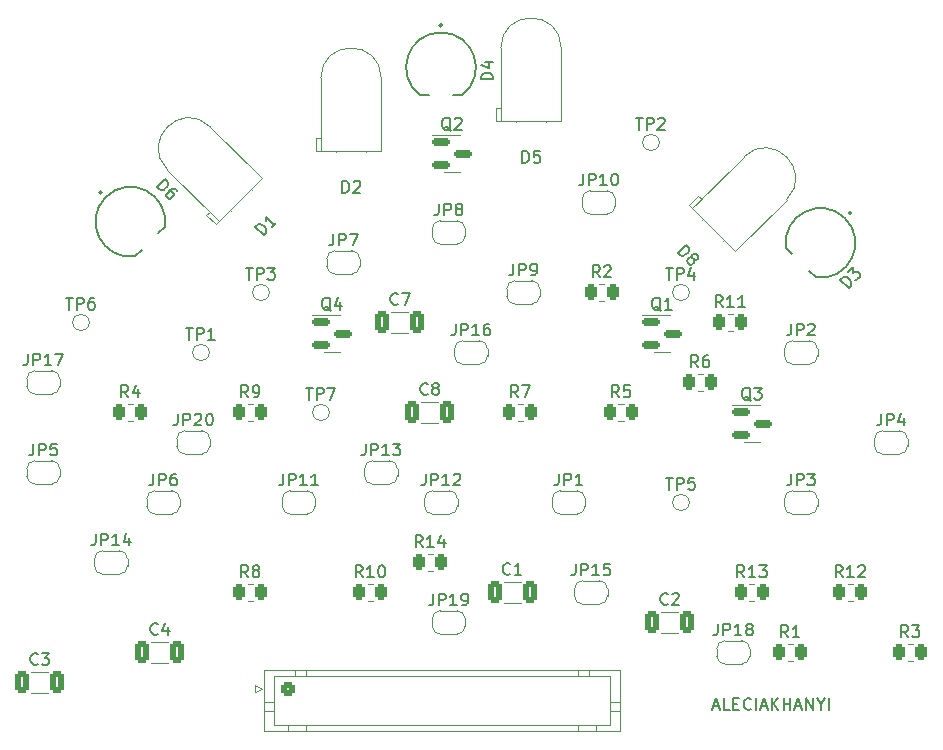
<source format=gbr>
%TF.GenerationSoftware,KiCad,Pcbnew,(7.0.0)*%
%TF.CreationDate,2024-03-24T23:30:49+02:00*%
%TF.ProjectId,Sensing Subsystem,53656e73-696e-4672-9053-756273797374,rev?*%
%TF.SameCoordinates,Original*%
%TF.FileFunction,Legend,Top*%
%TF.FilePolarity,Positive*%
%FSLAX46Y46*%
G04 Gerber Fmt 4.6, Leading zero omitted, Abs format (unit mm)*
G04 Created by KiCad (PCBNEW (7.0.0)) date 2024-03-24 23:30:49*
%MOMM*%
%LPD*%
G01*
G04 APERTURE LIST*
G04 Aperture macros list*
%AMRoundRect*
0 Rectangle with rounded corners*
0 $1 Rounding radius*
0 $2 $3 $4 $5 $6 $7 $8 $9 X,Y pos of 4 corners*
0 Add a 4 corners polygon primitive as box body*
4,1,4,$2,$3,$4,$5,$6,$7,$8,$9,$2,$3,0*
0 Add four circle primitives for the rounded corners*
1,1,$1+$1,$2,$3*
1,1,$1+$1,$4,$5*
1,1,$1+$1,$6,$7*
1,1,$1+$1,$8,$9*
0 Add four rect primitives between the rounded corners*
20,1,$1+$1,$2,$3,$4,$5,0*
20,1,$1+$1,$4,$5,$6,$7,0*
20,1,$1+$1,$6,$7,$8,$9,0*
20,1,$1+$1,$8,$9,$2,$3,0*%
%AMRotRect*
0 Rectangle, with rotation*
0 The origin of the aperture is its center*
0 $1 length*
0 $2 width*
0 $3 Rotation angle, in degrees counterclockwise*
0 Add horizontal line*
21,1,$1,$2,0,0,$3*%
%AMFreePoly0*
4,1,19,0.500000,-0.750000,0.000000,-0.750000,0.000000,-0.744911,-0.071157,-0.744911,-0.207708,-0.704816,-0.327430,-0.627875,-0.420627,-0.520320,-0.479746,-0.390866,-0.500000,-0.250000,-0.500000,0.250000,-0.479746,0.390866,-0.420627,0.520320,-0.327430,0.627875,-0.207708,0.704816,-0.071157,0.744911,0.000000,0.744911,0.000000,0.750000,0.500000,0.750000,0.500000,-0.750000,0.500000,-0.750000,
$1*%
%AMFreePoly1*
4,1,19,0.000000,0.744911,0.071157,0.744911,0.207708,0.704816,0.327430,0.627875,0.420627,0.520320,0.479746,0.390866,0.500000,0.250000,0.500000,-0.250000,0.479746,-0.390866,0.420627,-0.520320,0.327430,-0.627875,0.207708,-0.704816,0.071157,-0.744911,0.000000,-0.744911,0.000000,-0.750000,-0.500000,-0.750000,-0.500000,0.750000,0.000000,0.750000,0.000000,0.744911,0.000000,0.744911,
$1*%
G04 Aperture macros list end*
%ADD10C,0.150000*%
%ADD11C,0.120000*%
%ADD12C,0.127000*%
%ADD13C,0.200000*%
%ADD14C,1.000000*%
%ADD15RoundRect,0.250000X-0.325000X-0.650000X0.325000X-0.650000X0.325000X0.650000X-0.325000X0.650000X0*%
%ADD16FreePoly0,0.000000*%
%ADD17FreePoly1,0.000000*%
%ADD18RoundRect,0.250000X-0.262500X-0.450000X0.262500X-0.450000X0.262500X0.450000X-0.262500X0.450000X0*%
%ADD19R,1.800000X1.800000*%
%ADD20C,1.800000*%
%ADD21C,1.000000*%
%ADD22RotRect,1.800000X1.800000X225.000000*%
%ADD23RoundRect,0.250000X-0.350000X-0.350000X0.350000X-0.350000X0.350000X0.350000X-0.350000X0.350000X0*%
%ADD24C,1.200000*%
%ADD25RoundRect,0.150000X-0.587500X-0.150000X0.587500X-0.150000X0.587500X0.150000X-0.587500X0.150000X0*%
%ADD26RotRect,1.800000X1.800000X135.000000*%
G04 APERTURE END LIST*
D10*
X190690476Y-123956666D02*
X191166666Y-123956666D01*
X190595238Y-124242380D02*
X190928571Y-123242380D01*
X190928571Y-123242380D02*
X191261904Y-124242380D01*
X192071428Y-124242380D02*
X191595238Y-124242380D01*
X191595238Y-124242380D02*
X191595238Y-123242380D01*
X192404762Y-123718571D02*
X192738095Y-123718571D01*
X192880952Y-124242380D02*
X192404762Y-124242380D01*
X192404762Y-124242380D02*
X192404762Y-123242380D01*
X192404762Y-123242380D02*
X192880952Y-123242380D01*
X193880952Y-124147142D02*
X193833333Y-124194761D01*
X193833333Y-124194761D02*
X193690476Y-124242380D01*
X193690476Y-124242380D02*
X193595238Y-124242380D01*
X193595238Y-124242380D02*
X193452381Y-124194761D01*
X193452381Y-124194761D02*
X193357143Y-124099523D01*
X193357143Y-124099523D02*
X193309524Y-124004285D01*
X193309524Y-124004285D02*
X193261905Y-123813809D01*
X193261905Y-123813809D02*
X193261905Y-123670952D01*
X193261905Y-123670952D02*
X193309524Y-123480476D01*
X193309524Y-123480476D02*
X193357143Y-123385238D01*
X193357143Y-123385238D02*
X193452381Y-123290000D01*
X193452381Y-123290000D02*
X193595238Y-123242380D01*
X193595238Y-123242380D02*
X193690476Y-123242380D01*
X193690476Y-123242380D02*
X193833333Y-123290000D01*
X193833333Y-123290000D02*
X193880952Y-123337619D01*
X194309524Y-124242380D02*
X194309524Y-123242380D01*
X194738095Y-123956666D02*
X195214285Y-123956666D01*
X194642857Y-124242380D02*
X194976190Y-123242380D01*
X194976190Y-123242380D02*
X195309523Y-124242380D01*
X195642857Y-124242380D02*
X195642857Y-123242380D01*
X196214285Y-124242380D02*
X195785714Y-123670952D01*
X196214285Y-123242380D02*
X195642857Y-123813809D01*
X196642857Y-124242380D02*
X196642857Y-123242380D01*
X196642857Y-123718571D02*
X197214285Y-123718571D01*
X197214285Y-124242380D02*
X197214285Y-123242380D01*
X197642857Y-123956666D02*
X198119047Y-123956666D01*
X197547619Y-124242380D02*
X197880952Y-123242380D01*
X197880952Y-123242380D02*
X198214285Y-124242380D01*
X198547619Y-124242380D02*
X198547619Y-123242380D01*
X198547619Y-123242380D02*
X199119047Y-124242380D01*
X199119047Y-124242380D02*
X199119047Y-123242380D01*
X199785714Y-123766190D02*
X199785714Y-124242380D01*
X199452381Y-123242380D02*
X199785714Y-123766190D01*
X199785714Y-123766190D02*
X200119047Y-123242380D01*
X200452381Y-124242380D02*
X200452381Y-123242380D01*
%TO.C,C8*%
X166523333Y-97482142D02*
X166475714Y-97529761D01*
X166475714Y-97529761D02*
X166332857Y-97577380D01*
X166332857Y-97577380D02*
X166237619Y-97577380D01*
X166237619Y-97577380D02*
X166094762Y-97529761D01*
X166094762Y-97529761D02*
X165999524Y-97434523D01*
X165999524Y-97434523D02*
X165951905Y-97339285D01*
X165951905Y-97339285D02*
X165904286Y-97148809D01*
X165904286Y-97148809D02*
X165904286Y-97005952D01*
X165904286Y-97005952D02*
X165951905Y-96815476D01*
X165951905Y-96815476D02*
X165999524Y-96720238D01*
X165999524Y-96720238D02*
X166094762Y-96625000D01*
X166094762Y-96625000D02*
X166237619Y-96577380D01*
X166237619Y-96577380D02*
X166332857Y-96577380D01*
X166332857Y-96577380D02*
X166475714Y-96625000D01*
X166475714Y-96625000D02*
X166523333Y-96672619D01*
X167094762Y-97005952D02*
X166999524Y-96958333D01*
X166999524Y-96958333D02*
X166951905Y-96910714D01*
X166951905Y-96910714D02*
X166904286Y-96815476D01*
X166904286Y-96815476D02*
X166904286Y-96767857D01*
X166904286Y-96767857D02*
X166951905Y-96672619D01*
X166951905Y-96672619D02*
X166999524Y-96625000D01*
X166999524Y-96625000D02*
X167094762Y-96577380D01*
X167094762Y-96577380D02*
X167285238Y-96577380D01*
X167285238Y-96577380D02*
X167380476Y-96625000D01*
X167380476Y-96625000D02*
X167428095Y-96672619D01*
X167428095Y-96672619D02*
X167475714Y-96767857D01*
X167475714Y-96767857D02*
X167475714Y-96815476D01*
X167475714Y-96815476D02*
X167428095Y-96910714D01*
X167428095Y-96910714D02*
X167380476Y-96958333D01*
X167380476Y-96958333D02*
X167285238Y-97005952D01*
X167285238Y-97005952D02*
X167094762Y-97005952D01*
X167094762Y-97005952D02*
X166999524Y-97053571D01*
X166999524Y-97053571D02*
X166951905Y-97101190D01*
X166951905Y-97101190D02*
X166904286Y-97196428D01*
X166904286Y-97196428D02*
X166904286Y-97386904D01*
X166904286Y-97386904D02*
X166951905Y-97482142D01*
X166951905Y-97482142D02*
X166999524Y-97529761D01*
X166999524Y-97529761D02*
X167094762Y-97577380D01*
X167094762Y-97577380D02*
X167285238Y-97577380D01*
X167285238Y-97577380D02*
X167380476Y-97529761D01*
X167380476Y-97529761D02*
X167428095Y-97482142D01*
X167428095Y-97482142D02*
X167475714Y-97386904D01*
X167475714Y-97386904D02*
X167475714Y-97196428D01*
X167475714Y-97196428D02*
X167428095Y-97101190D01*
X167428095Y-97101190D02*
X167380476Y-97053571D01*
X167380476Y-97053571D02*
X167285238Y-97005952D01*
%TO.C,C7*%
X163983333Y-89862142D02*
X163935714Y-89909761D01*
X163935714Y-89909761D02*
X163792857Y-89957380D01*
X163792857Y-89957380D02*
X163697619Y-89957380D01*
X163697619Y-89957380D02*
X163554762Y-89909761D01*
X163554762Y-89909761D02*
X163459524Y-89814523D01*
X163459524Y-89814523D02*
X163411905Y-89719285D01*
X163411905Y-89719285D02*
X163364286Y-89528809D01*
X163364286Y-89528809D02*
X163364286Y-89385952D01*
X163364286Y-89385952D02*
X163411905Y-89195476D01*
X163411905Y-89195476D02*
X163459524Y-89100238D01*
X163459524Y-89100238D02*
X163554762Y-89005000D01*
X163554762Y-89005000D02*
X163697619Y-88957380D01*
X163697619Y-88957380D02*
X163792857Y-88957380D01*
X163792857Y-88957380D02*
X163935714Y-89005000D01*
X163935714Y-89005000D02*
X163983333Y-89052619D01*
X164316667Y-88957380D02*
X164983333Y-88957380D01*
X164983333Y-88957380D02*
X164554762Y-89957380D01*
%TO.C,C4*%
X143663333Y-117802142D02*
X143615714Y-117849761D01*
X143615714Y-117849761D02*
X143472857Y-117897380D01*
X143472857Y-117897380D02*
X143377619Y-117897380D01*
X143377619Y-117897380D02*
X143234762Y-117849761D01*
X143234762Y-117849761D02*
X143139524Y-117754523D01*
X143139524Y-117754523D02*
X143091905Y-117659285D01*
X143091905Y-117659285D02*
X143044286Y-117468809D01*
X143044286Y-117468809D02*
X143044286Y-117325952D01*
X143044286Y-117325952D02*
X143091905Y-117135476D01*
X143091905Y-117135476D02*
X143139524Y-117040238D01*
X143139524Y-117040238D02*
X143234762Y-116945000D01*
X143234762Y-116945000D02*
X143377619Y-116897380D01*
X143377619Y-116897380D02*
X143472857Y-116897380D01*
X143472857Y-116897380D02*
X143615714Y-116945000D01*
X143615714Y-116945000D02*
X143663333Y-116992619D01*
X144520476Y-117230714D02*
X144520476Y-117897380D01*
X144282381Y-116849761D02*
X144044286Y-117564047D01*
X144044286Y-117564047D02*
X144663333Y-117564047D01*
%TO.C,C3*%
X133503333Y-120342142D02*
X133455714Y-120389761D01*
X133455714Y-120389761D02*
X133312857Y-120437380D01*
X133312857Y-120437380D02*
X133217619Y-120437380D01*
X133217619Y-120437380D02*
X133074762Y-120389761D01*
X133074762Y-120389761D02*
X132979524Y-120294523D01*
X132979524Y-120294523D02*
X132931905Y-120199285D01*
X132931905Y-120199285D02*
X132884286Y-120008809D01*
X132884286Y-120008809D02*
X132884286Y-119865952D01*
X132884286Y-119865952D02*
X132931905Y-119675476D01*
X132931905Y-119675476D02*
X132979524Y-119580238D01*
X132979524Y-119580238D02*
X133074762Y-119485000D01*
X133074762Y-119485000D02*
X133217619Y-119437380D01*
X133217619Y-119437380D02*
X133312857Y-119437380D01*
X133312857Y-119437380D02*
X133455714Y-119485000D01*
X133455714Y-119485000D02*
X133503333Y-119532619D01*
X133836667Y-119437380D02*
X134455714Y-119437380D01*
X134455714Y-119437380D02*
X134122381Y-119818333D01*
X134122381Y-119818333D02*
X134265238Y-119818333D01*
X134265238Y-119818333D02*
X134360476Y-119865952D01*
X134360476Y-119865952D02*
X134408095Y-119913571D01*
X134408095Y-119913571D02*
X134455714Y-120008809D01*
X134455714Y-120008809D02*
X134455714Y-120246904D01*
X134455714Y-120246904D02*
X134408095Y-120342142D01*
X134408095Y-120342142D02*
X134360476Y-120389761D01*
X134360476Y-120389761D02*
X134265238Y-120437380D01*
X134265238Y-120437380D02*
X133979524Y-120437380D01*
X133979524Y-120437380D02*
X133884286Y-120389761D01*
X133884286Y-120389761D02*
X133836667Y-120342142D01*
%TO.C,C2*%
X186843333Y-115262142D02*
X186795714Y-115309761D01*
X186795714Y-115309761D02*
X186652857Y-115357380D01*
X186652857Y-115357380D02*
X186557619Y-115357380D01*
X186557619Y-115357380D02*
X186414762Y-115309761D01*
X186414762Y-115309761D02*
X186319524Y-115214523D01*
X186319524Y-115214523D02*
X186271905Y-115119285D01*
X186271905Y-115119285D02*
X186224286Y-114928809D01*
X186224286Y-114928809D02*
X186224286Y-114785952D01*
X186224286Y-114785952D02*
X186271905Y-114595476D01*
X186271905Y-114595476D02*
X186319524Y-114500238D01*
X186319524Y-114500238D02*
X186414762Y-114405000D01*
X186414762Y-114405000D02*
X186557619Y-114357380D01*
X186557619Y-114357380D02*
X186652857Y-114357380D01*
X186652857Y-114357380D02*
X186795714Y-114405000D01*
X186795714Y-114405000D02*
X186843333Y-114452619D01*
X187224286Y-114452619D02*
X187271905Y-114405000D01*
X187271905Y-114405000D02*
X187367143Y-114357380D01*
X187367143Y-114357380D02*
X187605238Y-114357380D01*
X187605238Y-114357380D02*
X187700476Y-114405000D01*
X187700476Y-114405000D02*
X187748095Y-114452619D01*
X187748095Y-114452619D02*
X187795714Y-114547857D01*
X187795714Y-114547857D02*
X187795714Y-114643095D01*
X187795714Y-114643095D02*
X187748095Y-114785952D01*
X187748095Y-114785952D02*
X187176667Y-115357380D01*
X187176667Y-115357380D02*
X187795714Y-115357380D01*
%TO.C,C1*%
X173503333Y-112722142D02*
X173455714Y-112769761D01*
X173455714Y-112769761D02*
X173312857Y-112817380D01*
X173312857Y-112817380D02*
X173217619Y-112817380D01*
X173217619Y-112817380D02*
X173074762Y-112769761D01*
X173074762Y-112769761D02*
X172979524Y-112674523D01*
X172979524Y-112674523D02*
X172931905Y-112579285D01*
X172931905Y-112579285D02*
X172884286Y-112388809D01*
X172884286Y-112388809D02*
X172884286Y-112245952D01*
X172884286Y-112245952D02*
X172931905Y-112055476D01*
X172931905Y-112055476D02*
X172979524Y-111960238D01*
X172979524Y-111960238D02*
X173074762Y-111865000D01*
X173074762Y-111865000D02*
X173217619Y-111817380D01*
X173217619Y-111817380D02*
X173312857Y-111817380D01*
X173312857Y-111817380D02*
X173455714Y-111865000D01*
X173455714Y-111865000D02*
X173503333Y-111912619D01*
X174455714Y-112817380D02*
X173884286Y-112817380D01*
X174170000Y-112817380D02*
X174170000Y-111817380D01*
X174170000Y-111817380D02*
X174074762Y-111960238D01*
X174074762Y-111960238D02*
X173979524Y-112055476D01*
X173979524Y-112055476D02*
X173884286Y-112103095D01*
%TO.C,JP10*%
X179680476Y-78847380D02*
X179680476Y-79561666D01*
X179680476Y-79561666D02*
X179632857Y-79704523D01*
X179632857Y-79704523D02*
X179537619Y-79799761D01*
X179537619Y-79799761D02*
X179394762Y-79847380D01*
X179394762Y-79847380D02*
X179299524Y-79847380D01*
X180156667Y-79847380D02*
X180156667Y-78847380D01*
X180156667Y-78847380D02*
X180537619Y-78847380D01*
X180537619Y-78847380D02*
X180632857Y-78895000D01*
X180632857Y-78895000D02*
X180680476Y-78942619D01*
X180680476Y-78942619D02*
X180728095Y-79037857D01*
X180728095Y-79037857D02*
X180728095Y-79180714D01*
X180728095Y-79180714D02*
X180680476Y-79275952D01*
X180680476Y-79275952D02*
X180632857Y-79323571D01*
X180632857Y-79323571D02*
X180537619Y-79371190D01*
X180537619Y-79371190D02*
X180156667Y-79371190D01*
X181680476Y-79847380D02*
X181109048Y-79847380D01*
X181394762Y-79847380D02*
X181394762Y-78847380D01*
X181394762Y-78847380D02*
X181299524Y-78990238D01*
X181299524Y-78990238D02*
X181204286Y-79085476D01*
X181204286Y-79085476D02*
X181109048Y-79133095D01*
X182299524Y-78847380D02*
X182394762Y-78847380D01*
X182394762Y-78847380D02*
X182490000Y-78895000D01*
X182490000Y-78895000D02*
X182537619Y-78942619D01*
X182537619Y-78942619D02*
X182585238Y-79037857D01*
X182585238Y-79037857D02*
X182632857Y-79228333D01*
X182632857Y-79228333D02*
X182632857Y-79466428D01*
X182632857Y-79466428D02*
X182585238Y-79656904D01*
X182585238Y-79656904D02*
X182537619Y-79752142D01*
X182537619Y-79752142D02*
X182490000Y-79799761D01*
X182490000Y-79799761D02*
X182394762Y-79847380D01*
X182394762Y-79847380D02*
X182299524Y-79847380D01*
X182299524Y-79847380D02*
X182204286Y-79799761D01*
X182204286Y-79799761D02*
X182156667Y-79752142D01*
X182156667Y-79752142D02*
X182109048Y-79656904D01*
X182109048Y-79656904D02*
X182061429Y-79466428D01*
X182061429Y-79466428D02*
X182061429Y-79228333D01*
X182061429Y-79228333D02*
X182109048Y-79037857D01*
X182109048Y-79037857D02*
X182156667Y-78942619D01*
X182156667Y-78942619D02*
X182204286Y-78895000D01*
X182204286Y-78895000D02*
X182299524Y-78847380D01*
%TO.C,R7*%
X174180833Y-97777380D02*
X173847500Y-97301190D01*
X173609405Y-97777380D02*
X173609405Y-96777380D01*
X173609405Y-96777380D02*
X173990357Y-96777380D01*
X173990357Y-96777380D02*
X174085595Y-96825000D01*
X174085595Y-96825000D02*
X174133214Y-96872619D01*
X174133214Y-96872619D02*
X174180833Y-96967857D01*
X174180833Y-96967857D02*
X174180833Y-97110714D01*
X174180833Y-97110714D02*
X174133214Y-97205952D01*
X174133214Y-97205952D02*
X174085595Y-97253571D01*
X174085595Y-97253571D02*
X173990357Y-97301190D01*
X173990357Y-97301190D02*
X173609405Y-97301190D01*
X174514167Y-96777380D02*
X175180833Y-96777380D01*
X175180833Y-96777380D02*
X174752262Y-97777380D01*
%TO.C,D5*%
X174526905Y-77922380D02*
X174526905Y-76922380D01*
X174526905Y-76922380D02*
X174765000Y-76922380D01*
X174765000Y-76922380D02*
X174907857Y-76970000D01*
X174907857Y-76970000D02*
X175003095Y-77065238D01*
X175003095Y-77065238D02*
X175050714Y-77160476D01*
X175050714Y-77160476D02*
X175098333Y-77350952D01*
X175098333Y-77350952D02*
X175098333Y-77493809D01*
X175098333Y-77493809D02*
X175050714Y-77684285D01*
X175050714Y-77684285D02*
X175003095Y-77779523D01*
X175003095Y-77779523D02*
X174907857Y-77874761D01*
X174907857Y-77874761D02*
X174765000Y-77922380D01*
X174765000Y-77922380D02*
X174526905Y-77922380D01*
X176003095Y-76922380D02*
X175526905Y-76922380D01*
X175526905Y-76922380D02*
X175479286Y-77398571D01*
X175479286Y-77398571D02*
X175526905Y-77350952D01*
X175526905Y-77350952D02*
X175622143Y-77303333D01*
X175622143Y-77303333D02*
X175860238Y-77303333D01*
X175860238Y-77303333D02*
X175955476Y-77350952D01*
X175955476Y-77350952D02*
X176003095Y-77398571D01*
X176003095Y-77398571D02*
X176050714Y-77493809D01*
X176050714Y-77493809D02*
X176050714Y-77731904D01*
X176050714Y-77731904D02*
X176003095Y-77827142D01*
X176003095Y-77827142D02*
X175955476Y-77874761D01*
X175955476Y-77874761D02*
X175860238Y-77922380D01*
X175860238Y-77922380D02*
X175622143Y-77922380D01*
X175622143Y-77922380D02*
X175526905Y-77874761D01*
X175526905Y-77874761D02*
X175479286Y-77827142D01*
%TO.C,R14*%
X166084642Y-110477380D02*
X165751309Y-110001190D01*
X165513214Y-110477380D02*
X165513214Y-109477380D01*
X165513214Y-109477380D02*
X165894166Y-109477380D01*
X165894166Y-109477380D02*
X165989404Y-109525000D01*
X165989404Y-109525000D02*
X166037023Y-109572619D01*
X166037023Y-109572619D02*
X166084642Y-109667857D01*
X166084642Y-109667857D02*
X166084642Y-109810714D01*
X166084642Y-109810714D02*
X166037023Y-109905952D01*
X166037023Y-109905952D02*
X165989404Y-109953571D01*
X165989404Y-109953571D02*
X165894166Y-110001190D01*
X165894166Y-110001190D02*
X165513214Y-110001190D01*
X167037023Y-110477380D02*
X166465595Y-110477380D01*
X166751309Y-110477380D02*
X166751309Y-109477380D01*
X166751309Y-109477380D02*
X166656071Y-109620238D01*
X166656071Y-109620238D02*
X166560833Y-109715476D01*
X166560833Y-109715476D02*
X166465595Y-109763095D01*
X167894166Y-109810714D02*
X167894166Y-110477380D01*
X167656071Y-109429761D02*
X167417976Y-110144047D01*
X167417976Y-110144047D02*
X168037023Y-110144047D01*
%TO.C,JP3*%
X197286666Y-104247380D02*
X197286666Y-104961666D01*
X197286666Y-104961666D02*
X197239047Y-105104523D01*
X197239047Y-105104523D02*
X197143809Y-105199761D01*
X197143809Y-105199761D02*
X197000952Y-105247380D01*
X197000952Y-105247380D02*
X196905714Y-105247380D01*
X197762857Y-105247380D02*
X197762857Y-104247380D01*
X197762857Y-104247380D02*
X198143809Y-104247380D01*
X198143809Y-104247380D02*
X198239047Y-104295000D01*
X198239047Y-104295000D02*
X198286666Y-104342619D01*
X198286666Y-104342619D02*
X198334285Y-104437857D01*
X198334285Y-104437857D02*
X198334285Y-104580714D01*
X198334285Y-104580714D02*
X198286666Y-104675952D01*
X198286666Y-104675952D02*
X198239047Y-104723571D01*
X198239047Y-104723571D02*
X198143809Y-104771190D01*
X198143809Y-104771190D02*
X197762857Y-104771190D01*
X198667619Y-104247380D02*
X199286666Y-104247380D01*
X199286666Y-104247380D02*
X198953333Y-104628333D01*
X198953333Y-104628333D02*
X199096190Y-104628333D01*
X199096190Y-104628333D02*
X199191428Y-104675952D01*
X199191428Y-104675952D02*
X199239047Y-104723571D01*
X199239047Y-104723571D02*
X199286666Y-104818809D01*
X199286666Y-104818809D02*
X199286666Y-105056904D01*
X199286666Y-105056904D02*
X199239047Y-105152142D01*
X199239047Y-105152142D02*
X199191428Y-105199761D01*
X199191428Y-105199761D02*
X199096190Y-105247380D01*
X199096190Y-105247380D02*
X198810476Y-105247380D01*
X198810476Y-105247380D02*
X198715238Y-105199761D01*
X198715238Y-105199761D02*
X198667619Y-105152142D01*
%TO.C,R9*%
X151320833Y-97777380D02*
X150987500Y-97301190D01*
X150749405Y-97777380D02*
X150749405Y-96777380D01*
X150749405Y-96777380D02*
X151130357Y-96777380D01*
X151130357Y-96777380D02*
X151225595Y-96825000D01*
X151225595Y-96825000D02*
X151273214Y-96872619D01*
X151273214Y-96872619D02*
X151320833Y-96967857D01*
X151320833Y-96967857D02*
X151320833Y-97110714D01*
X151320833Y-97110714D02*
X151273214Y-97205952D01*
X151273214Y-97205952D02*
X151225595Y-97253571D01*
X151225595Y-97253571D02*
X151130357Y-97301190D01*
X151130357Y-97301190D02*
X150749405Y-97301190D01*
X151797024Y-97777380D02*
X151987500Y-97777380D01*
X151987500Y-97777380D02*
X152082738Y-97729761D01*
X152082738Y-97729761D02*
X152130357Y-97682142D01*
X152130357Y-97682142D02*
X152225595Y-97539285D01*
X152225595Y-97539285D02*
X152273214Y-97348809D01*
X152273214Y-97348809D02*
X152273214Y-96967857D01*
X152273214Y-96967857D02*
X152225595Y-96872619D01*
X152225595Y-96872619D02*
X152177976Y-96825000D01*
X152177976Y-96825000D02*
X152082738Y-96777380D01*
X152082738Y-96777380D02*
X151892262Y-96777380D01*
X151892262Y-96777380D02*
X151797024Y-96825000D01*
X151797024Y-96825000D02*
X151749405Y-96872619D01*
X151749405Y-96872619D02*
X151701786Y-96967857D01*
X151701786Y-96967857D02*
X151701786Y-97205952D01*
X151701786Y-97205952D02*
X151749405Y-97301190D01*
X151749405Y-97301190D02*
X151797024Y-97348809D01*
X151797024Y-97348809D02*
X151892262Y-97396428D01*
X151892262Y-97396428D02*
X152082738Y-97396428D01*
X152082738Y-97396428D02*
X152177976Y-97348809D01*
X152177976Y-97348809D02*
X152225595Y-97301190D01*
X152225595Y-97301190D02*
X152273214Y-97205952D01*
%TO.C,JP20*%
X145360476Y-99167380D02*
X145360476Y-99881666D01*
X145360476Y-99881666D02*
X145312857Y-100024523D01*
X145312857Y-100024523D02*
X145217619Y-100119761D01*
X145217619Y-100119761D02*
X145074762Y-100167380D01*
X145074762Y-100167380D02*
X144979524Y-100167380D01*
X145836667Y-100167380D02*
X145836667Y-99167380D01*
X145836667Y-99167380D02*
X146217619Y-99167380D01*
X146217619Y-99167380D02*
X146312857Y-99215000D01*
X146312857Y-99215000D02*
X146360476Y-99262619D01*
X146360476Y-99262619D02*
X146408095Y-99357857D01*
X146408095Y-99357857D02*
X146408095Y-99500714D01*
X146408095Y-99500714D02*
X146360476Y-99595952D01*
X146360476Y-99595952D02*
X146312857Y-99643571D01*
X146312857Y-99643571D02*
X146217619Y-99691190D01*
X146217619Y-99691190D02*
X145836667Y-99691190D01*
X146789048Y-99262619D02*
X146836667Y-99215000D01*
X146836667Y-99215000D02*
X146931905Y-99167380D01*
X146931905Y-99167380D02*
X147170000Y-99167380D01*
X147170000Y-99167380D02*
X147265238Y-99215000D01*
X147265238Y-99215000D02*
X147312857Y-99262619D01*
X147312857Y-99262619D02*
X147360476Y-99357857D01*
X147360476Y-99357857D02*
X147360476Y-99453095D01*
X147360476Y-99453095D02*
X147312857Y-99595952D01*
X147312857Y-99595952D02*
X146741429Y-100167380D01*
X146741429Y-100167380D02*
X147360476Y-100167380D01*
X147979524Y-99167380D02*
X148074762Y-99167380D01*
X148074762Y-99167380D02*
X148170000Y-99215000D01*
X148170000Y-99215000D02*
X148217619Y-99262619D01*
X148217619Y-99262619D02*
X148265238Y-99357857D01*
X148265238Y-99357857D02*
X148312857Y-99548333D01*
X148312857Y-99548333D02*
X148312857Y-99786428D01*
X148312857Y-99786428D02*
X148265238Y-99976904D01*
X148265238Y-99976904D02*
X148217619Y-100072142D01*
X148217619Y-100072142D02*
X148170000Y-100119761D01*
X148170000Y-100119761D02*
X148074762Y-100167380D01*
X148074762Y-100167380D02*
X147979524Y-100167380D01*
X147979524Y-100167380D02*
X147884286Y-100119761D01*
X147884286Y-100119761D02*
X147836667Y-100072142D01*
X147836667Y-100072142D02*
X147789048Y-99976904D01*
X147789048Y-99976904D02*
X147741429Y-99786428D01*
X147741429Y-99786428D02*
X147741429Y-99548333D01*
X147741429Y-99548333D02*
X147789048Y-99357857D01*
X147789048Y-99357857D02*
X147836667Y-99262619D01*
X147836667Y-99262619D02*
X147884286Y-99215000D01*
X147884286Y-99215000D02*
X147979524Y-99167380D01*
%TO.C,TP5*%
X186698095Y-104599380D02*
X187269523Y-104599380D01*
X186983809Y-105599380D02*
X186983809Y-104599380D01*
X187602857Y-105599380D02*
X187602857Y-104599380D01*
X187602857Y-104599380D02*
X187983809Y-104599380D01*
X187983809Y-104599380D02*
X188079047Y-104647000D01*
X188079047Y-104647000D02*
X188126666Y-104694619D01*
X188126666Y-104694619D02*
X188174285Y-104789857D01*
X188174285Y-104789857D02*
X188174285Y-104932714D01*
X188174285Y-104932714D02*
X188126666Y-105027952D01*
X188126666Y-105027952D02*
X188079047Y-105075571D01*
X188079047Y-105075571D02*
X187983809Y-105123190D01*
X187983809Y-105123190D02*
X187602857Y-105123190D01*
X189079047Y-104599380D02*
X188602857Y-104599380D01*
X188602857Y-104599380D02*
X188555238Y-105075571D01*
X188555238Y-105075571D02*
X188602857Y-105027952D01*
X188602857Y-105027952D02*
X188698095Y-104980333D01*
X188698095Y-104980333D02*
X188936190Y-104980333D01*
X188936190Y-104980333D02*
X189031428Y-105027952D01*
X189031428Y-105027952D02*
X189079047Y-105075571D01*
X189079047Y-105075571D02*
X189126666Y-105170809D01*
X189126666Y-105170809D02*
X189126666Y-105408904D01*
X189126666Y-105408904D02*
X189079047Y-105504142D01*
X189079047Y-105504142D02*
X189031428Y-105551761D01*
X189031428Y-105551761D02*
X188936190Y-105599380D01*
X188936190Y-105599380D02*
X188698095Y-105599380D01*
X188698095Y-105599380D02*
X188602857Y-105551761D01*
X188602857Y-105551761D02*
X188555238Y-105504142D01*
%TO.C,JP11*%
X154280476Y-104247380D02*
X154280476Y-104961666D01*
X154280476Y-104961666D02*
X154232857Y-105104523D01*
X154232857Y-105104523D02*
X154137619Y-105199761D01*
X154137619Y-105199761D02*
X153994762Y-105247380D01*
X153994762Y-105247380D02*
X153899524Y-105247380D01*
X154756667Y-105247380D02*
X154756667Y-104247380D01*
X154756667Y-104247380D02*
X155137619Y-104247380D01*
X155137619Y-104247380D02*
X155232857Y-104295000D01*
X155232857Y-104295000D02*
X155280476Y-104342619D01*
X155280476Y-104342619D02*
X155328095Y-104437857D01*
X155328095Y-104437857D02*
X155328095Y-104580714D01*
X155328095Y-104580714D02*
X155280476Y-104675952D01*
X155280476Y-104675952D02*
X155232857Y-104723571D01*
X155232857Y-104723571D02*
X155137619Y-104771190D01*
X155137619Y-104771190D02*
X154756667Y-104771190D01*
X156280476Y-105247380D02*
X155709048Y-105247380D01*
X155994762Y-105247380D02*
X155994762Y-104247380D01*
X155994762Y-104247380D02*
X155899524Y-104390238D01*
X155899524Y-104390238D02*
X155804286Y-104485476D01*
X155804286Y-104485476D02*
X155709048Y-104533095D01*
X157232857Y-105247380D02*
X156661429Y-105247380D01*
X156947143Y-105247380D02*
X156947143Y-104247380D01*
X156947143Y-104247380D02*
X156851905Y-104390238D01*
X156851905Y-104390238D02*
X156756667Y-104485476D01*
X156756667Y-104485476D02*
X156661429Y-104533095D01*
%TO.C,R10*%
X161004642Y-113017380D02*
X160671309Y-112541190D01*
X160433214Y-113017380D02*
X160433214Y-112017380D01*
X160433214Y-112017380D02*
X160814166Y-112017380D01*
X160814166Y-112017380D02*
X160909404Y-112065000D01*
X160909404Y-112065000D02*
X160957023Y-112112619D01*
X160957023Y-112112619D02*
X161004642Y-112207857D01*
X161004642Y-112207857D02*
X161004642Y-112350714D01*
X161004642Y-112350714D02*
X160957023Y-112445952D01*
X160957023Y-112445952D02*
X160909404Y-112493571D01*
X160909404Y-112493571D02*
X160814166Y-112541190D01*
X160814166Y-112541190D02*
X160433214Y-112541190D01*
X161957023Y-113017380D02*
X161385595Y-113017380D01*
X161671309Y-113017380D02*
X161671309Y-112017380D01*
X161671309Y-112017380D02*
X161576071Y-112160238D01*
X161576071Y-112160238D02*
X161480833Y-112255476D01*
X161480833Y-112255476D02*
X161385595Y-112303095D01*
X162576071Y-112017380D02*
X162671309Y-112017380D01*
X162671309Y-112017380D02*
X162766547Y-112065000D01*
X162766547Y-112065000D02*
X162814166Y-112112619D01*
X162814166Y-112112619D02*
X162861785Y-112207857D01*
X162861785Y-112207857D02*
X162909404Y-112398333D01*
X162909404Y-112398333D02*
X162909404Y-112636428D01*
X162909404Y-112636428D02*
X162861785Y-112826904D01*
X162861785Y-112826904D02*
X162814166Y-112922142D01*
X162814166Y-112922142D02*
X162766547Y-112969761D01*
X162766547Y-112969761D02*
X162671309Y-113017380D01*
X162671309Y-113017380D02*
X162576071Y-113017380D01*
X162576071Y-113017380D02*
X162480833Y-112969761D01*
X162480833Y-112969761D02*
X162433214Y-112922142D01*
X162433214Y-112922142D02*
X162385595Y-112826904D01*
X162385595Y-112826904D02*
X162337976Y-112636428D01*
X162337976Y-112636428D02*
X162337976Y-112398333D01*
X162337976Y-112398333D02*
X162385595Y-112207857D01*
X162385595Y-112207857D02*
X162433214Y-112112619D01*
X162433214Y-112112619D02*
X162480833Y-112065000D01*
X162480833Y-112065000D02*
X162576071Y-112017380D01*
%TO.C,TP2*%
X184158095Y-74119380D02*
X184729523Y-74119380D01*
X184443809Y-75119380D02*
X184443809Y-74119380D01*
X185062857Y-75119380D02*
X185062857Y-74119380D01*
X185062857Y-74119380D02*
X185443809Y-74119380D01*
X185443809Y-74119380D02*
X185539047Y-74167000D01*
X185539047Y-74167000D02*
X185586666Y-74214619D01*
X185586666Y-74214619D02*
X185634285Y-74309857D01*
X185634285Y-74309857D02*
X185634285Y-74452714D01*
X185634285Y-74452714D02*
X185586666Y-74547952D01*
X185586666Y-74547952D02*
X185539047Y-74595571D01*
X185539047Y-74595571D02*
X185443809Y-74643190D01*
X185443809Y-74643190D02*
X185062857Y-74643190D01*
X186015238Y-74214619D02*
X186062857Y-74167000D01*
X186062857Y-74167000D02*
X186158095Y-74119380D01*
X186158095Y-74119380D02*
X186396190Y-74119380D01*
X186396190Y-74119380D02*
X186491428Y-74167000D01*
X186491428Y-74167000D02*
X186539047Y-74214619D01*
X186539047Y-74214619D02*
X186586666Y-74309857D01*
X186586666Y-74309857D02*
X186586666Y-74405095D01*
X186586666Y-74405095D02*
X186539047Y-74547952D01*
X186539047Y-74547952D02*
X185967619Y-75119380D01*
X185967619Y-75119380D02*
X186586666Y-75119380D01*
%TO.C,JP7*%
X158536666Y-83927380D02*
X158536666Y-84641666D01*
X158536666Y-84641666D02*
X158489047Y-84784523D01*
X158489047Y-84784523D02*
X158393809Y-84879761D01*
X158393809Y-84879761D02*
X158250952Y-84927380D01*
X158250952Y-84927380D02*
X158155714Y-84927380D01*
X159012857Y-84927380D02*
X159012857Y-83927380D01*
X159012857Y-83927380D02*
X159393809Y-83927380D01*
X159393809Y-83927380D02*
X159489047Y-83975000D01*
X159489047Y-83975000D02*
X159536666Y-84022619D01*
X159536666Y-84022619D02*
X159584285Y-84117857D01*
X159584285Y-84117857D02*
X159584285Y-84260714D01*
X159584285Y-84260714D02*
X159536666Y-84355952D01*
X159536666Y-84355952D02*
X159489047Y-84403571D01*
X159489047Y-84403571D02*
X159393809Y-84451190D01*
X159393809Y-84451190D02*
X159012857Y-84451190D01*
X159917619Y-83927380D02*
X160584285Y-83927380D01*
X160584285Y-83927380D02*
X160155714Y-84927380D01*
%TO.C,TP7*%
X156218095Y-96979380D02*
X156789523Y-96979380D01*
X156503809Y-97979380D02*
X156503809Y-96979380D01*
X157122857Y-97979380D02*
X157122857Y-96979380D01*
X157122857Y-96979380D02*
X157503809Y-96979380D01*
X157503809Y-96979380D02*
X157599047Y-97027000D01*
X157599047Y-97027000D02*
X157646666Y-97074619D01*
X157646666Y-97074619D02*
X157694285Y-97169857D01*
X157694285Y-97169857D02*
X157694285Y-97312714D01*
X157694285Y-97312714D02*
X157646666Y-97407952D01*
X157646666Y-97407952D02*
X157599047Y-97455571D01*
X157599047Y-97455571D02*
X157503809Y-97503190D01*
X157503809Y-97503190D02*
X157122857Y-97503190D01*
X158027619Y-96979380D02*
X158694285Y-96979380D01*
X158694285Y-96979380D02*
X158265714Y-97979380D01*
%TO.C,D1*%
X152625769Y-84068344D02*
X151918662Y-83361237D01*
X151918662Y-83361237D02*
X152087021Y-83192878D01*
X152087021Y-83192878D02*
X152221708Y-83125535D01*
X152221708Y-83125535D02*
X152356395Y-83125535D01*
X152356395Y-83125535D02*
X152457410Y-83159207D01*
X152457410Y-83159207D02*
X152625769Y-83260222D01*
X152625769Y-83260222D02*
X152726785Y-83361237D01*
X152726785Y-83361237D02*
X152827800Y-83529596D01*
X152827800Y-83529596D02*
X152861472Y-83630611D01*
X152861472Y-83630611D02*
X152861472Y-83765298D01*
X152861472Y-83765298D02*
X152794128Y-83899985D01*
X152794128Y-83899985D02*
X152625769Y-84068344D01*
X153703265Y-82990848D02*
X153299204Y-83394909D01*
X153501235Y-83192878D02*
X152794128Y-82485772D01*
X152794128Y-82485772D02*
X152827800Y-82654130D01*
X152827800Y-82654130D02*
X152827800Y-82788817D01*
X152827800Y-82788817D02*
X152794128Y-82889833D01*
%TO.C,JP15*%
X179030476Y-111867380D02*
X179030476Y-112581666D01*
X179030476Y-112581666D02*
X178982857Y-112724523D01*
X178982857Y-112724523D02*
X178887619Y-112819761D01*
X178887619Y-112819761D02*
X178744762Y-112867380D01*
X178744762Y-112867380D02*
X178649524Y-112867380D01*
X179506667Y-112867380D02*
X179506667Y-111867380D01*
X179506667Y-111867380D02*
X179887619Y-111867380D01*
X179887619Y-111867380D02*
X179982857Y-111915000D01*
X179982857Y-111915000D02*
X180030476Y-111962619D01*
X180030476Y-111962619D02*
X180078095Y-112057857D01*
X180078095Y-112057857D02*
X180078095Y-112200714D01*
X180078095Y-112200714D02*
X180030476Y-112295952D01*
X180030476Y-112295952D02*
X179982857Y-112343571D01*
X179982857Y-112343571D02*
X179887619Y-112391190D01*
X179887619Y-112391190D02*
X179506667Y-112391190D01*
X181030476Y-112867380D02*
X180459048Y-112867380D01*
X180744762Y-112867380D02*
X180744762Y-111867380D01*
X180744762Y-111867380D02*
X180649524Y-112010238D01*
X180649524Y-112010238D02*
X180554286Y-112105476D01*
X180554286Y-112105476D02*
X180459048Y-112153095D01*
X181935238Y-111867380D02*
X181459048Y-111867380D01*
X181459048Y-111867380D02*
X181411429Y-112343571D01*
X181411429Y-112343571D02*
X181459048Y-112295952D01*
X181459048Y-112295952D02*
X181554286Y-112248333D01*
X181554286Y-112248333D02*
X181792381Y-112248333D01*
X181792381Y-112248333D02*
X181887619Y-112295952D01*
X181887619Y-112295952D02*
X181935238Y-112343571D01*
X181935238Y-112343571D02*
X181982857Y-112438809D01*
X181982857Y-112438809D02*
X181982857Y-112676904D01*
X181982857Y-112676904D02*
X181935238Y-112772142D01*
X181935238Y-112772142D02*
X181887619Y-112819761D01*
X181887619Y-112819761D02*
X181792381Y-112867380D01*
X181792381Y-112867380D02*
X181554286Y-112867380D01*
X181554286Y-112867380D02*
X181459048Y-112819761D01*
X181459048Y-112819761D02*
X181411429Y-112772142D01*
%TO.C,D6*%
X143607940Y-80001144D02*
X144315047Y-79294037D01*
X144315047Y-79294037D02*
X144483406Y-79462396D01*
X144483406Y-79462396D02*
X144550749Y-79597083D01*
X144550749Y-79597083D02*
X144550749Y-79731770D01*
X144550749Y-79731770D02*
X144517077Y-79832785D01*
X144517077Y-79832785D02*
X144416062Y-80001144D01*
X144416062Y-80001144D02*
X144315047Y-80102160D01*
X144315047Y-80102160D02*
X144146688Y-80203175D01*
X144146688Y-80203175D02*
X144045673Y-80236847D01*
X144045673Y-80236847D02*
X143910986Y-80236847D01*
X143910986Y-80236847D02*
X143776299Y-80169503D01*
X143776299Y-80169503D02*
X143607940Y-80001144D01*
X145325199Y-80304190D02*
X145190512Y-80169503D01*
X145190512Y-80169503D02*
X145089497Y-80135831D01*
X145089497Y-80135831D02*
X145022154Y-80135831D01*
X145022154Y-80135831D02*
X144853795Y-80169503D01*
X144853795Y-80169503D02*
X144685436Y-80270518D01*
X144685436Y-80270518D02*
X144416062Y-80539892D01*
X144416062Y-80539892D02*
X144382390Y-80640908D01*
X144382390Y-80640908D02*
X144382390Y-80708251D01*
X144382390Y-80708251D02*
X144416062Y-80809266D01*
X144416062Y-80809266D02*
X144550749Y-80943953D01*
X144550749Y-80943953D02*
X144651764Y-80977625D01*
X144651764Y-80977625D02*
X144719108Y-80977625D01*
X144719108Y-80977625D02*
X144820123Y-80943953D01*
X144820123Y-80943953D02*
X144988482Y-80775595D01*
X144988482Y-80775595D02*
X145022154Y-80674579D01*
X145022154Y-80674579D02*
X145022154Y-80607236D01*
X145022154Y-80607236D02*
X144988482Y-80506221D01*
X144988482Y-80506221D02*
X144853795Y-80371534D01*
X144853795Y-80371534D02*
X144752780Y-80337862D01*
X144752780Y-80337862D02*
X144685436Y-80337862D01*
X144685436Y-80337862D02*
X144584421Y-80371534D01*
%TO.C,JP19*%
X166980476Y-114407380D02*
X166980476Y-115121666D01*
X166980476Y-115121666D02*
X166932857Y-115264523D01*
X166932857Y-115264523D02*
X166837619Y-115359761D01*
X166837619Y-115359761D02*
X166694762Y-115407380D01*
X166694762Y-115407380D02*
X166599524Y-115407380D01*
X167456667Y-115407380D02*
X167456667Y-114407380D01*
X167456667Y-114407380D02*
X167837619Y-114407380D01*
X167837619Y-114407380D02*
X167932857Y-114455000D01*
X167932857Y-114455000D02*
X167980476Y-114502619D01*
X167980476Y-114502619D02*
X168028095Y-114597857D01*
X168028095Y-114597857D02*
X168028095Y-114740714D01*
X168028095Y-114740714D02*
X167980476Y-114835952D01*
X167980476Y-114835952D02*
X167932857Y-114883571D01*
X167932857Y-114883571D02*
X167837619Y-114931190D01*
X167837619Y-114931190D02*
X167456667Y-114931190D01*
X168980476Y-115407380D02*
X168409048Y-115407380D01*
X168694762Y-115407380D02*
X168694762Y-114407380D01*
X168694762Y-114407380D02*
X168599524Y-114550238D01*
X168599524Y-114550238D02*
X168504286Y-114645476D01*
X168504286Y-114645476D02*
X168409048Y-114693095D01*
X169456667Y-115407380D02*
X169647143Y-115407380D01*
X169647143Y-115407380D02*
X169742381Y-115359761D01*
X169742381Y-115359761D02*
X169790000Y-115312142D01*
X169790000Y-115312142D02*
X169885238Y-115169285D01*
X169885238Y-115169285D02*
X169932857Y-114978809D01*
X169932857Y-114978809D02*
X169932857Y-114597857D01*
X169932857Y-114597857D02*
X169885238Y-114502619D01*
X169885238Y-114502619D02*
X169837619Y-114455000D01*
X169837619Y-114455000D02*
X169742381Y-114407380D01*
X169742381Y-114407380D02*
X169551905Y-114407380D01*
X169551905Y-114407380D02*
X169456667Y-114455000D01*
X169456667Y-114455000D02*
X169409048Y-114502619D01*
X169409048Y-114502619D02*
X169361429Y-114597857D01*
X169361429Y-114597857D02*
X169361429Y-114835952D01*
X169361429Y-114835952D02*
X169409048Y-114931190D01*
X169409048Y-114931190D02*
X169456667Y-114978809D01*
X169456667Y-114978809D02*
X169551905Y-115026428D01*
X169551905Y-115026428D02*
X169742381Y-115026428D01*
X169742381Y-115026428D02*
X169837619Y-114978809D01*
X169837619Y-114978809D02*
X169885238Y-114931190D01*
X169885238Y-114931190D02*
X169932857Y-114835952D01*
%TO.C,R1*%
X197040833Y-118097380D02*
X196707500Y-117621190D01*
X196469405Y-118097380D02*
X196469405Y-117097380D01*
X196469405Y-117097380D02*
X196850357Y-117097380D01*
X196850357Y-117097380D02*
X196945595Y-117145000D01*
X196945595Y-117145000D02*
X196993214Y-117192619D01*
X196993214Y-117192619D02*
X197040833Y-117287857D01*
X197040833Y-117287857D02*
X197040833Y-117430714D01*
X197040833Y-117430714D02*
X196993214Y-117525952D01*
X196993214Y-117525952D02*
X196945595Y-117573571D01*
X196945595Y-117573571D02*
X196850357Y-117621190D01*
X196850357Y-117621190D02*
X196469405Y-117621190D01*
X197993214Y-118097380D02*
X197421786Y-118097380D01*
X197707500Y-118097380D02*
X197707500Y-117097380D01*
X197707500Y-117097380D02*
X197612262Y-117240238D01*
X197612262Y-117240238D02*
X197517024Y-117335476D01*
X197517024Y-117335476D02*
X197421786Y-117383095D01*
%TO.C,JP1*%
X177616666Y-104247380D02*
X177616666Y-104961666D01*
X177616666Y-104961666D02*
X177569047Y-105104523D01*
X177569047Y-105104523D02*
X177473809Y-105199761D01*
X177473809Y-105199761D02*
X177330952Y-105247380D01*
X177330952Y-105247380D02*
X177235714Y-105247380D01*
X178092857Y-105247380D02*
X178092857Y-104247380D01*
X178092857Y-104247380D02*
X178473809Y-104247380D01*
X178473809Y-104247380D02*
X178569047Y-104295000D01*
X178569047Y-104295000D02*
X178616666Y-104342619D01*
X178616666Y-104342619D02*
X178664285Y-104437857D01*
X178664285Y-104437857D02*
X178664285Y-104580714D01*
X178664285Y-104580714D02*
X178616666Y-104675952D01*
X178616666Y-104675952D02*
X178569047Y-104723571D01*
X178569047Y-104723571D02*
X178473809Y-104771190D01*
X178473809Y-104771190D02*
X178092857Y-104771190D01*
X179616666Y-105247380D02*
X179045238Y-105247380D01*
X179330952Y-105247380D02*
X179330952Y-104247380D01*
X179330952Y-104247380D02*
X179235714Y-104390238D01*
X179235714Y-104390238D02*
X179140476Y-104485476D01*
X179140476Y-104485476D02*
X179045238Y-104533095D01*
%TO.C,R13*%
X193309642Y-113017380D02*
X192976309Y-112541190D01*
X192738214Y-113017380D02*
X192738214Y-112017380D01*
X192738214Y-112017380D02*
X193119166Y-112017380D01*
X193119166Y-112017380D02*
X193214404Y-112065000D01*
X193214404Y-112065000D02*
X193262023Y-112112619D01*
X193262023Y-112112619D02*
X193309642Y-112207857D01*
X193309642Y-112207857D02*
X193309642Y-112350714D01*
X193309642Y-112350714D02*
X193262023Y-112445952D01*
X193262023Y-112445952D02*
X193214404Y-112493571D01*
X193214404Y-112493571D02*
X193119166Y-112541190D01*
X193119166Y-112541190D02*
X192738214Y-112541190D01*
X194262023Y-113017380D02*
X193690595Y-113017380D01*
X193976309Y-113017380D02*
X193976309Y-112017380D01*
X193976309Y-112017380D02*
X193881071Y-112160238D01*
X193881071Y-112160238D02*
X193785833Y-112255476D01*
X193785833Y-112255476D02*
X193690595Y-112303095D01*
X194595357Y-112017380D02*
X195214404Y-112017380D01*
X195214404Y-112017380D02*
X194881071Y-112398333D01*
X194881071Y-112398333D02*
X195023928Y-112398333D01*
X195023928Y-112398333D02*
X195119166Y-112445952D01*
X195119166Y-112445952D02*
X195166785Y-112493571D01*
X195166785Y-112493571D02*
X195214404Y-112588809D01*
X195214404Y-112588809D02*
X195214404Y-112826904D01*
X195214404Y-112826904D02*
X195166785Y-112922142D01*
X195166785Y-112922142D02*
X195119166Y-112969761D01*
X195119166Y-112969761D02*
X195023928Y-113017380D01*
X195023928Y-113017380D02*
X194738214Y-113017380D01*
X194738214Y-113017380D02*
X194642976Y-112969761D01*
X194642976Y-112969761D02*
X194595357Y-112922142D01*
%TO.C,JP16*%
X168870476Y-91547380D02*
X168870476Y-92261666D01*
X168870476Y-92261666D02*
X168822857Y-92404523D01*
X168822857Y-92404523D02*
X168727619Y-92499761D01*
X168727619Y-92499761D02*
X168584762Y-92547380D01*
X168584762Y-92547380D02*
X168489524Y-92547380D01*
X169346667Y-92547380D02*
X169346667Y-91547380D01*
X169346667Y-91547380D02*
X169727619Y-91547380D01*
X169727619Y-91547380D02*
X169822857Y-91595000D01*
X169822857Y-91595000D02*
X169870476Y-91642619D01*
X169870476Y-91642619D02*
X169918095Y-91737857D01*
X169918095Y-91737857D02*
X169918095Y-91880714D01*
X169918095Y-91880714D02*
X169870476Y-91975952D01*
X169870476Y-91975952D02*
X169822857Y-92023571D01*
X169822857Y-92023571D02*
X169727619Y-92071190D01*
X169727619Y-92071190D02*
X169346667Y-92071190D01*
X170870476Y-92547380D02*
X170299048Y-92547380D01*
X170584762Y-92547380D02*
X170584762Y-91547380D01*
X170584762Y-91547380D02*
X170489524Y-91690238D01*
X170489524Y-91690238D02*
X170394286Y-91785476D01*
X170394286Y-91785476D02*
X170299048Y-91833095D01*
X171727619Y-91547380D02*
X171537143Y-91547380D01*
X171537143Y-91547380D02*
X171441905Y-91595000D01*
X171441905Y-91595000D02*
X171394286Y-91642619D01*
X171394286Y-91642619D02*
X171299048Y-91785476D01*
X171299048Y-91785476D02*
X171251429Y-91975952D01*
X171251429Y-91975952D02*
X171251429Y-92356904D01*
X171251429Y-92356904D02*
X171299048Y-92452142D01*
X171299048Y-92452142D02*
X171346667Y-92499761D01*
X171346667Y-92499761D02*
X171441905Y-92547380D01*
X171441905Y-92547380D02*
X171632381Y-92547380D01*
X171632381Y-92547380D02*
X171727619Y-92499761D01*
X171727619Y-92499761D02*
X171775238Y-92452142D01*
X171775238Y-92452142D02*
X171822857Y-92356904D01*
X171822857Y-92356904D02*
X171822857Y-92118809D01*
X171822857Y-92118809D02*
X171775238Y-92023571D01*
X171775238Y-92023571D02*
X171727619Y-91975952D01*
X171727619Y-91975952D02*
X171632381Y-91928333D01*
X171632381Y-91928333D02*
X171441905Y-91928333D01*
X171441905Y-91928333D02*
X171346667Y-91975952D01*
X171346667Y-91975952D02*
X171299048Y-92023571D01*
X171299048Y-92023571D02*
X171251429Y-92118809D01*
%TO.C,JP8*%
X167456666Y-81387380D02*
X167456666Y-82101666D01*
X167456666Y-82101666D02*
X167409047Y-82244523D01*
X167409047Y-82244523D02*
X167313809Y-82339761D01*
X167313809Y-82339761D02*
X167170952Y-82387380D01*
X167170952Y-82387380D02*
X167075714Y-82387380D01*
X167932857Y-82387380D02*
X167932857Y-81387380D01*
X167932857Y-81387380D02*
X168313809Y-81387380D01*
X168313809Y-81387380D02*
X168409047Y-81435000D01*
X168409047Y-81435000D02*
X168456666Y-81482619D01*
X168456666Y-81482619D02*
X168504285Y-81577857D01*
X168504285Y-81577857D02*
X168504285Y-81720714D01*
X168504285Y-81720714D02*
X168456666Y-81815952D01*
X168456666Y-81815952D02*
X168409047Y-81863571D01*
X168409047Y-81863571D02*
X168313809Y-81911190D01*
X168313809Y-81911190D02*
X167932857Y-81911190D01*
X169075714Y-81815952D02*
X168980476Y-81768333D01*
X168980476Y-81768333D02*
X168932857Y-81720714D01*
X168932857Y-81720714D02*
X168885238Y-81625476D01*
X168885238Y-81625476D02*
X168885238Y-81577857D01*
X168885238Y-81577857D02*
X168932857Y-81482619D01*
X168932857Y-81482619D02*
X168980476Y-81435000D01*
X168980476Y-81435000D02*
X169075714Y-81387380D01*
X169075714Y-81387380D02*
X169266190Y-81387380D01*
X169266190Y-81387380D02*
X169361428Y-81435000D01*
X169361428Y-81435000D02*
X169409047Y-81482619D01*
X169409047Y-81482619D02*
X169456666Y-81577857D01*
X169456666Y-81577857D02*
X169456666Y-81625476D01*
X169456666Y-81625476D02*
X169409047Y-81720714D01*
X169409047Y-81720714D02*
X169361428Y-81768333D01*
X169361428Y-81768333D02*
X169266190Y-81815952D01*
X169266190Y-81815952D02*
X169075714Y-81815952D01*
X169075714Y-81815952D02*
X168980476Y-81863571D01*
X168980476Y-81863571D02*
X168932857Y-81911190D01*
X168932857Y-81911190D02*
X168885238Y-82006428D01*
X168885238Y-82006428D02*
X168885238Y-82196904D01*
X168885238Y-82196904D02*
X168932857Y-82292142D01*
X168932857Y-82292142D02*
X168980476Y-82339761D01*
X168980476Y-82339761D02*
X169075714Y-82387380D01*
X169075714Y-82387380D02*
X169266190Y-82387380D01*
X169266190Y-82387380D02*
X169361428Y-82339761D01*
X169361428Y-82339761D02*
X169409047Y-82292142D01*
X169409047Y-82292142D02*
X169456666Y-82196904D01*
X169456666Y-82196904D02*
X169456666Y-82006428D01*
X169456666Y-82006428D02*
X169409047Y-81911190D01*
X169409047Y-81911190D02*
X169361428Y-81863571D01*
X169361428Y-81863571D02*
X169266190Y-81815952D01*
%TO.C,JP18*%
X191080476Y-116947380D02*
X191080476Y-117661666D01*
X191080476Y-117661666D02*
X191032857Y-117804523D01*
X191032857Y-117804523D02*
X190937619Y-117899761D01*
X190937619Y-117899761D02*
X190794762Y-117947380D01*
X190794762Y-117947380D02*
X190699524Y-117947380D01*
X191556667Y-117947380D02*
X191556667Y-116947380D01*
X191556667Y-116947380D02*
X191937619Y-116947380D01*
X191937619Y-116947380D02*
X192032857Y-116995000D01*
X192032857Y-116995000D02*
X192080476Y-117042619D01*
X192080476Y-117042619D02*
X192128095Y-117137857D01*
X192128095Y-117137857D02*
X192128095Y-117280714D01*
X192128095Y-117280714D02*
X192080476Y-117375952D01*
X192080476Y-117375952D02*
X192032857Y-117423571D01*
X192032857Y-117423571D02*
X191937619Y-117471190D01*
X191937619Y-117471190D02*
X191556667Y-117471190D01*
X193080476Y-117947380D02*
X192509048Y-117947380D01*
X192794762Y-117947380D02*
X192794762Y-116947380D01*
X192794762Y-116947380D02*
X192699524Y-117090238D01*
X192699524Y-117090238D02*
X192604286Y-117185476D01*
X192604286Y-117185476D02*
X192509048Y-117233095D01*
X193651905Y-117375952D02*
X193556667Y-117328333D01*
X193556667Y-117328333D02*
X193509048Y-117280714D01*
X193509048Y-117280714D02*
X193461429Y-117185476D01*
X193461429Y-117185476D02*
X193461429Y-117137857D01*
X193461429Y-117137857D02*
X193509048Y-117042619D01*
X193509048Y-117042619D02*
X193556667Y-116995000D01*
X193556667Y-116995000D02*
X193651905Y-116947380D01*
X193651905Y-116947380D02*
X193842381Y-116947380D01*
X193842381Y-116947380D02*
X193937619Y-116995000D01*
X193937619Y-116995000D02*
X193985238Y-117042619D01*
X193985238Y-117042619D02*
X194032857Y-117137857D01*
X194032857Y-117137857D02*
X194032857Y-117185476D01*
X194032857Y-117185476D02*
X193985238Y-117280714D01*
X193985238Y-117280714D02*
X193937619Y-117328333D01*
X193937619Y-117328333D02*
X193842381Y-117375952D01*
X193842381Y-117375952D02*
X193651905Y-117375952D01*
X193651905Y-117375952D02*
X193556667Y-117423571D01*
X193556667Y-117423571D02*
X193509048Y-117471190D01*
X193509048Y-117471190D02*
X193461429Y-117566428D01*
X193461429Y-117566428D02*
X193461429Y-117756904D01*
X193461429Y-117756904D02*
X193509048Y-117852142D01*
X193509048Y-117852142D02*
X193556667Y-117899761D01*
X193556667Y-117899761D02*
X193651905Y-117947380D01*
X193651905Y-117947380D02*
X193842381Y-117947380D01*
X193842381Y-117947380D02*
X193937619Y-117899761D01*
X193937619Y-117899761D02*
X193985238Y-117852142D01*
X193985238Y-117852142D02*
X194032857Y-117756904D01*
X194032857Y-117756904D02*
X194032857Y-117566428D01*
X194032857Y-117566428D02*
X193985238Y-117471190D01*
X193985238Y-117471190D02*
X193937619Y-117423571D01*
X193937619Y-117423571D02*
X193842381Y-117375952D01*
%TO.C,D4*%
X172042380Y-70863094D02*
X171042380Y-70863094D01*
X171042380Y-70863094D02*
X171042380Y-70624999D01*
X171042380Y-70624999D02*
X171090000Y-70482142D01*
X171090000Y-70482142D02*
X171185238Y-70386904D01*
X171185238Y-70386904D02*
X171280476Y-70339285D01*
X171280476Y-70339285D02*
X171470952Y-70291666D01*
X171470952Y-70291666D02*
X171613809Y-70291666D01*
X171613809Y-70291666D02*
X171804285Y-70339285D01*
X171804285Y-70339285D02*
X171899523Y-70386904D01*
X171899523Y-70386904D02*
X171994761Y-70482142D01*
X171994761Y-70482142D02*
X172042380Y-70624999D01*
X172042380Y-70624999D02*
X172042380Y-70863094D01*
X171375714Y-69434523D02*
X172042380Y-69434523D01*
X170994761Y-69672618D02*
X171709047Y-69910713D01*
X171709047Y-69910713D02*
X171709047Y-69291666D01*
%TO.C,TP4*%
X186698095Y-86819380D02*
X187269523Y-86819380D01*
X186983809Y-87819380D02*
X186983809Y-86819380D01*
X187602857Y-87819380D02*
X187602857Y-86819380D01*
X187602857Y-86819380D02*
X187983809Y-86819380D01*
X187983809Y-86819380D02*
X188079047Y-86867000D01*
X188079047Y-86867000D02*
X188126666Y-86914619D01*
X188126666Y-86914619D02*
X188174285Y-87009857D01*
X188174285Y-87009857D02*
X188174285Y-87152714D01*
X188174285Y-87152714D02*
X188126666Y-87247952D01*
X188126666Y-87247952D02*
X188079047Y-87295571D01*
X188079047Y-87295571D02*
X187983809Y-87343190D01*
X187983809Y-87343190D02*
X187602857Y-87343190D01*
X189031428Y-87152714D02*
X189031428Y-87819380D01*
X188793333Y-86771761D02*
X188555238Y-87486047D01*
X188555238Y-87486047D02*
X189174285Y-87486047D01*
%TO.C,Q4*%
X158322261Y-90452619D02*
X158227023Y-90405000D01*
X158227023Y-90405000D02*
X158131785Y-90309761D01*
X158131785Y-90309761D02*
X157988928Y-90166904D01*
X157988928Y-90166904D02*
X157893690Y-90119285D01*
X157893690Y-90119285D02*
X157798452Y-90119285D01*
X157846071Y-90357380D02*
X157750833Y-90309761D01*
X157750833Y-90309761D02*
X157655595Y-90214523D01*
X157655595Y-90214523D02*
X157607976Y-90024047D01*
X157607976Y-90024047D02*
X157607976Y-89690714D01*
X157607976Y-89690714D02*
X157655595Y-89500238D01*
X157655595Y-89500238D02*
X157750833Y-89405000D01*
X157750833Y-89405000D02*
X157846071Y-89357380D01*
X157846071Y-89357380D02*
X158036547Y-89357380D01*
X158036547Y-89357380D02*
X158131785Y-89405000D01*
X158131785Y-89405000D02*
X158227023Y-89500238D01*
X158227023Y-89500238D02*
X158274642Y-89690714D01*
X158274642Y-89690714D02*
X158274642Y-90024047D01*
X158274642Y-90024047D02*
X158227023Y-90214523D01*
X158227023Y-90214523D02*
X158131785Y-90309761D01*
X158131785Y-90309761D02*
X158036547Y-90357380D01*
X158036547Y-90357380D02*
X157846071Y-90357380D01*
X159131785Y-89690714D02*
X159131785Y-90357380D01*
X158893690Y-89309761D02*
X158655595Y-90024047D01*
X158655595Y-90024047D02*
X159274642Y-90024047D01*
%TO.C,R5*%
X182713333Y-97777380D02*
X182380000Y-97301190D01*
X182141905Y-97777380D02*
X182141905Y-96777380D01*
X182141905Y-96777380D02*
X182522857Y-96777380D01*
X182522857Y-96777380D02*
X182618095Y-96825000D01*
X182618095Y-96825000D02*
X182665714Y-96872619D01*
X182665714Y-96872619D02*
X182713333Y-96967857D01*
X182713333Y-96967857D02*
X182713333Y-97110714D01*
X182713333Y-97110714D02*
X182665714Y-97205952D01*
X182665714Y-97205952D02*
X182618095Y-97253571D01*
X182618095Y-97253571D02*
X182522857Y-97301190D01*
X182522857Y-97301190D02*
X182141905Y-97301190D01*
X183618095Y-96777380D02*
X183141905Y-96777380D01*
X183141905Y-96777380D02*
X183094286Y-97253571D01*
X183094286Y-97253571D02*
X183141905Y-97205952D01*
X183141905Y-97205952D02*
X183237143Y-97158333D01*
X183237143Y-97158333D02*
X183475238Y-97158333D01*
X183475238Y-97158333D02*
X183570476Y-97205952D01*
X183570476Y-97205952D02*
X183618095Y-97253571D01*
X183618095Y-97253571D02*
X183665714Y-97348809D01*
X183665714Y-97348809D02*
X183665714Y-97586904D01*
X183665714Y-97586904D02*
X183618095Y-97682142D01*
X183618095Y-97682142D02*
X183570476Y-97729761D01*
X183570476Y-97729761D02*
X183475238Y-97777380D01*
X183475238Y-97777380D02*
X183237143Y-97777380D01*
X183237143Y-97777380D02*
X183141905Y-97729761D01*
X183141905Y-97729761D02*
X183094286Y-97682142D01*
%TO.C,Q3*%
X193882261Y-98072619D02*
X193787023Y-98025000D01*
X193787023Y-98025000D02*
X193691785Y-97929761D01*
X193691785Y-97929761D02*
X193548928Y-97786904D01*
X193548928Y-97786904D02*
X193453690Y-97739285D01*
X193453690Y-97739285D02*
X193358452Y-97739285D01*
X193406071Y-97977380D02*
X193310833Y-97929761D01*
X193310833Y-97929761D02*
X193215595Y-97834523D01*
X193215595Y-97834523D02*
X193167976Y-97644047D01*
X193167976Y-97644047D02*
X193167976Y-97310714D01*
X193167976Y-97310714D02*
X193215595Y-97120238D01*
X193215595Y-97120238D02*
X193310833Y-97025000D01*
X193310833Y-97025000D02*
X193406071Y-96977380D01*
X193406071Y-96977380D02*
X193596547Y-96977380D01*
X193596547Y-96977380D02*
X193691785Y-97025000D01*
X193691785Y-97025000D02*
X193787023Y-97120238D01*
X193787023Y-97120238D02*
X193834642Y-97310714D01*
X193834642Y-97310714D02*
X193834642Y-97644047D01*
X193834642Y-97644047D02*
X193787023Y-97834523D01*
X193787023Y-97834523D02*
X193691785Y-97929761D01*
X193691785Y-97929761D02*
X193596547Y-97977380D01*
X193596547Y-97977380D02*
X193406071Y-97977380D01*
X194167976Y-96977380D02*
X194787023Y-96977380D01*
X194787023Y-96977380D02*
X194453690Y-97358333D01*
X194453690Y-97358333D02*
X194596547Y-97358333D01*
X194596547Y-97358333D02*
X194691785Y-97405952D01*
X194691785Y-97405952D02*
X194739404Y-97453571D01*
X194739404Y-97453571D02*
X194787023Y-97548809D01*
X194787023Y-97548809D02*
X194787023Y-97786904D01*
X194787023Y-97786904D02*
X194739404Y-97882142D01*
X194739404Y-97882142D02*
X194691785Y-97929761D01*
X194691785Y-97929761D02*
X194596547Y-97977380D01*
X194596547Y-97977380D02*
X194310833Y-97977380D01*
X194310833Y-97977380D02*
X194215595Y-97929761D01*
X194215595Y-97929761D02*
X194167976Y-97882142D01*
%TO.C,JP17*%
X132660476Y-94087380D02*
X132660476Y-94801666D01*
X132660476Y-94801666D02*
X132612857Y-94944523D01*
X132612857Y-94944523D02*
X132517619Y-95039761D01*
X132517619Y-95039761D02*
X132374762Y-95087380D01*
X132374762Y-95087380D02*
X132279524Y-95087380D01*
X133136667Y-95087380D02*
X133136667Y-94087380D01*
X133136667Y-94087380D02*
X133517619Y-94087380D01*
X133517619Y-94087380D02*
X133612857Y-94135000D01*
X133612857Y-94135000D02*
X133660476Y-94182619D01*
X133660476Y-94182619D02*
X133708095Y-94277857D01*
X133708095Y-94277857D02*
X133708095Y-94420714D01*
X133708095Y-94420714D02*
X133660476Y-94515952D01*
X133660476Y-94515952D02*
X133612857Y-94563571D01*
X133612857Y-94563571D02*
X133517619Y-94611190D01*
X133517619Y-94611190D02*
X133136667Y-94611190D01*
X134660476Y-95087380D02*
X134089048Y-95087380D01*
X134374762Y-95087380D02*
X134374762Y-94087380D01*
X134374762Y-94087380D02*
X134279524Y-94230238D01*
X134279524Y-94230238D02*
X134184286Y-94325476D01*
X134184286Y-94325476D02*
X134089048Y-94373095D01*
X134993810Y-94087380D02*
X135660476Y-94087380D01*
X135660476Y-94087380D02*
X135231905Y-95087380D01*
%TO.C,JP13*%
X161250476Y-101707380D02*
X161250476Y-102421666D01*
X161250476Y-102421666D02*
X161202857Y-102564523D01*
X161202857Y-102564523D02*
X161107619Y-102659761D01*
X161107619Y-102659761D02*
X160964762Y-102707380D01*
X160964762Y-102707380D02*
X160869524Y-102707380D01*
X161726667Y-102707380D02*
X161726667Y-101707380D01*
X161726667Y-101707380D02*
X162107619Y-101707380D01*
X162107619Y-101707380D02*
X162202857Y-101755000D01*
X162202857Y-101755000D02*
X162250476Y-101802619D01*
X162250476Y-101802619D02*
X162298095Y-101897857D01*
X162298095Y-101897857D02*
X162298095Y-102040714D01*
X162298095Y-102040714D02*
X162250476Y-102135952D01*
X162250476Y-102135952D02*
X162202857Y-102183571D01*
X162202857Y-102183571D02*
X162107619Y-102231190D01*
X162107619Y-102231190D02*
X161726667Y-102231190D01*
X163250476Y-102707380D02*
X162679048Y-102707380D01*
X162964762Y-102707380D02*
X162964762Y-101707380D01*
X162964762Y-101707380D02*
X162869524Y-101850238D01*
X162869524Y-101850238D02*
X162774286Y-101945476D01*
X162774286Y-101945476D02*
X162679048Y-101993095D01*
X163583810Y-101707380D02*
X164202857Y-101707380D01*
X164202857Y-101707380D02*
X163869524Y-102088333D01*
X163869524Y-102088333D02*
X164012381Y-102088333D01*
X164012381Y-102088333D02*
X164107619Y-102135952D01*
X164107619Y-102135952D02*
X164155238Y-102183571D01*
X164155238Y-102183571D02*
X164202857Y-102278809D01*
X164202857Y-102278809D02*
X164202857Y-102516904D01*
X164202857Y-102516904D02*
X164155238Y-102612142D01*
X164155238Y-102612142D02*
X164107619Y-102659761D01*
X164107619Y-102659761D02*
X164012381Y-102707380D01*
X164012381Y-102707380D02*
X163726667Y-102707380D01*
X163726667Y-102707380D02*
X163631429Y-102659761D01*
X163631429Y-102659761D02*
X163583810Y-102612142D01*
%TO.C,Q2*%
X168482261Y-75212619D02*
X168387023Y-75165000D01*
X168387023Y-75165000D02*
X168291785Y-75069761D01*
X168291785Y-75069761D02*
X168148928Y-74926904D01*
X168148928Y-74926904D02*
X168053690Y-74879285D01*
X168053690Y-74879285D02*
X167958452Y-74879285D01*
X168006071Y-75117380D02*
X167910833Y-75069761D01*
X167910833Y-75069761D02*
X167815595Y-74974523D01*
X167815595Y-74974523D02*
X167767976Y-74784047D01*
X167767976Y-74784047D02*
X167767976Y-74450714D01*
X167767976Y-74450714D02*
X167815595Y-74260238D01*
X167815595Y-74260238D02*
X167910833Y-74165000D01*
X167910833Y-74165000D02*
X168006071Y-74117380D01*
X168006071Y-74117380D02*
X168196547Y-74117380D01*
X168196547Y-74117380D02*
X168291785Y-74165000D01*
X168291785Y-74165000D02*
X168387023Y-74260238D01*
X168387023Y-74260238D02*
X168434642Y-74450714D01*
X168434642Y-74450714D02*
X168434642Y-74784047D01*
X168434642Y-74784047D02*
X168387023Y-74974523D01*
X168387023Y-74974523D02*
X168291785Y-75069761D01*
X168291785Y-75069761D02*
X168196547Y-75117380D01*
X168196547Y-75117380D02*
X168006071Y-75117380D01*
X168815595Y-74212619D02*
X168863214Y-74165000D01*
X168863214Y-74165000D02*
X168958452Y-74117380D01*
X168958452Y-74117380D02*
X169196547Y-74117380D01*
X169196547Y-74117380D02*
X169291785Y-74165000D01*
X169291785Y-74165000D02*
X169339404Y-74212619D01*
X169339404Y-74212619D02*
X169387023Y-74307857D01*
X169387023Y-74307857D02*
X169387023Y-74403095D01*
X169387023Y-74403095D02*
X169339404Y-74545952D01*
X169339404Y-74545952D02*
X168767976Y-75117380D01*
X168767976Y-75117380D02*
X169387023Y-75117380D01*
%TO.C,D8*%
X187711655Y-85571669D02*
X188418762Y-84864562D01*
X188418762Y-84864562D02*
X188587121Y-85032921D01*
X188587121Y-85032921D02*
X188654464Y-85167608D01*
X188654464Y-85167608D02*
X188654464Y-85302295D01*
X188654464Y-85302295D02*
X188620792Y-85403310D01*
X188620792Y-85403310D02*
X188519777Y-85571669D01*
X188519777Y-85571669D02*
X188418762Y-85672685D01*
X188418762Y-85672685D02*
X188250403Y-85773700D01*
X188250403Y-85773700D02*
X188149388Y-85807372D01*
X188149388Y-85807372D02*
X188014701Y-85807372D01*
X188014701Y-85807372D02*
X187880014Y-85740028D01*
X187880014Y-85740028D02*
X187711655Y-85571669D01*
X188923838Y-85975730D02*
X188890166Y-85874715D01*
X188890166Y-85874715D02*
X188890166Y-85807372D01*
X188890166Y-85807372D02*
X188923838Y-85706356D01*
X188923838Y-85706356D02*
X188957510Y-85672685D01*
X188957510Y-85672685D02*
X189058525Y-85639013D01*
X189058525Y-85639013D02*
X189125869Y-85639013D01*
X189125869Y-85639013D02*
X189226884Y-85672685D01*
X189226884Y-85672685D02*
X189361571Y-85807372D01*
X189361571Y-85807372D02*
X189395243Y-85908387D01*
X189395243Y-85908387D02*
X189395243Y-85975730D01*
X189395243Y-85975730D02*
X189361571Y-86076746D01*
X189361571Y-86076746D02*
X189327899Y-86110417D01*
X189327899Y-86110417D02*
X189226884Y-86144089D01*
X189226884Y-86144089D02*
X189159540Y-86144089D01*
X189159540Y-86144089D02*
X189058525Y-86110417D01*
X189058525Y-86110417D02*
X188923838Y-85975730D01*
X188923838Y-85975730D02*
X188822823Y-85942059D01*
X188822823Y-85942059D02*
X188755479Y-85942059D01*
X188755479Y-85942059D02*
X188654464Y-85975730D01*
X188654464Y-85975730D02*
X188519777Y-86110417D01*
X188519777Y-86110417D02*
X188486105Y-86211433D01*
X188486105Y-86211433D02*
X188486105Y-86278776D01*
X188486105Y-86278776D02*
X188519777Y-86379791D01*
X188519777Y-86379791D02*
X188654464Y-86514478D01*
X188654464Y-86514478D02*
X188755479Y-86548150D01*
X188755479Y-86548150D02*
X188822823Y-86548150D01*
X188822823Y-86548150D02*
X188923838Y-86514478D01*
X188923838Y-86514478D02*
X189058525Y-86379791D01*
X189058525Y-86379791D02*
X189092197Y-86278776D01*
X189092197Y-86278776D02*
X189092197Y-86211433D01*
X189092197Y-86211433D02*
X189058525Y-86110417D01*
%TO.C,R6*%
X189420833Y-95237380D02*
X189087500Y-94761190D01*
X188849405Y-95237380D02*
X188849405Y-94237380D01*
X188849405Y-94237380D02*
X189230357Y-94237380D01*
X189230357Y-94237380D02*
X189325595Y-94285000D01*
X189325595Y-94285000D02*
X189373214Y-94332619D01*
X189373214Y-94332619D02*
X189420833Y-94427857D01*
X189420833Y-94427857D02*
X189420833Y-94570714D01*
X189420833Y-94570714D02*
X189373214Y-94665952D01*
X189373214Y-94665952D02*
X189325595Y-94713571D01*
X189325595Y-94713571D02*
X189230357Y-94761190D01*
X189230357Y-94761190D02*
X188849405Y-94761190D01*
X190277976Y-94237380D02*
X190087500Y-94237380D01*
X190087500Y-94237380D02*
X189992262Y-94285000D01*
X189992262Y-94285000D02*
X189944643Y-94332619D01*
X189944643Y-94332619D02*
X189849405Y-94475476D01*
X189849405Y-94475476D02*
X189801786Y-94665952D01*
X189801786Y-94665952D02*
X189801786Y-95046904D01*
X189801786Y-95046904D02*
X189849405Y-95142142D01*
X189849405Y-95142142D02*
X189897024Y-95189761D01*
X189897024Y-95189761D02*
X189992262Y-95237380D01*
X189992262Y-95237380D02*
X190182738Y-95237380D01*
X190182738Y-95237380D02*
X190277976Y-95189761D01*
X190277976Y-95189761D02*
X190325595Y-95142142D01*
X190325595Y-95142142D02*
X190373214Y-95046904D01*
X190373214Y-95046904D02*
X190373214Y-94808809D01*
X190373214Y-94808809D02*
X190325595Y-94713571D01*
X190325595Y-94713571D02*
X190277976Y-94665952D01*
X190277976Y-94665952D02*
X190182738Y-94618333D01*
X190182738Y-94618333D02*
X189992262Y-94618333D01*
X189992262Y-94618333D02*
X189897024Y-94665952D01*
X189897024Y-94665952D02*
X189849405Y-94713571D01*
X189849405Y-94713571D02*
X189801786Y-94808809D01*
%TO.C,TP6*%
X135898095Y-89359380D02*
X136469523Y-89359380D01*
X136183809Y-90359380D02*
X136183809Y-89359380D01*
X136802857Y-90359380D02*
X136802857Y-89359380D01*
X136802857Y-89359380D02*
X137183809Y-89359380D01*
X137183809Y-89359380D02*
X137279047Y-89407000D01*
X137279047Y-89407000D02*
X137326666Y-89454619D01*
X137326666Y-89454619D02*
X137374285Y-89549857D01*
X137374285Y-89549857D02*
X137374285Y-89692714D01*
X137374285Y-89692714D02*
X137326666Y-89787952D01*
X137326666Y-89787952D02*
X137279047Y-89835571D01*
X137279047Y-89835571D02*
X137183809Y-89883190D01*
X137183809Y-89883190D02*
X136802857Y-89883190D01*
X138231428Y-89359380D02*
X138040952Y-89359380D01*
X138040952Y-89359380D02*
X137945714Y-89407000D01*
X137945714Y-89407000D02*
X137898095Y-89454619D01*
X137898095Y-89454619D02*
X137802857Y-89597476D01*
X137802857Y-89597476D02*
X137755238Y-89787952D01*
X137755238Y-89787952D02*
X137755238Y-90168904D01*
X137755238Y-90168904D02*
X137802857Y-90264142D01*
X137802857Y-90264142D02*
X137850476Y-90311761D01*
X137850476Y-90311761D02*
X137945714Y-90359380D01*
X137945714Y-90359380D02*
X138136190Y-90359380D01*
X138136190Y-90359380D02*
X138231428Y-90311761D01*
X138231428Y-90311761D02*
X138279047Y-90264142D01*
X138279047Y-90264142D02*
X138326666Y-90168904D01*
X138326666Y-90168904D02*
X138326666Y-89930809D01*
X138326666Y-89930809D02*
X138279047Y-89835571D01*
X138279047Y-89835571D02*
X138231428Y-89787952D01*
X138231428Y-89787952D02*
X138136190Y-89740333D01*
X138136190Y-89740333D02*
X137945714Y-89740333D01*
X137945714Y-89740333D02*
X137850476Y-89787952D01*
X137850476Y-89787952D02*
X137802857Y-89835571D01*
X137802857Y-89835571D02*
X137755238Y-89930809D01*
%TO.C,R12*%
X201644642Y-113017380D02*
X201311309Y-112541190D01*
X201073214Y-113017380D02*
X201073214Y-112017380D01*
X201073214Y-112017380D02*
X201454166Y-112017380D01*
X201454166Y-112017380D02*
X201549404Y-112065000D01*
X201549404Y-112065000D02*
X201597023Y-112112619D01*
X201597023Y-112112619D02*
X201644642Y-112207857D01*
X201644642Y-112207857D02*
X201644642Y-112350714D01*
X201644642Y-112350714D02*
X201597023Y-112445952D01*
X201597023Y-112445952D02*
X201549404Y-112493571D01*
X201549404Y-112493571D02*
X201454166Y-112541190D01*
X201454166Y-112541190D02*
X201073214Y-112541190D01*
X202597023Y-113017380D02*
X202025595Y-113017380D01*
X202311309Y-113017380D02*
X202311309Y-112017380D01*
X202311309Y-112017380D02*
X202216071Y-112160238D01*
X202216071Y-112160238D02*
X202120833Y-112255476D01*
X202120833Y-112255476D02*
X202025595Y-112303095D01*
X202977976Y-112112619D02*
X203025595Y-112065000D01*
X203025595Y-112065000D02*
X203120833Y-112017380D01*
X203120833Y-112017380D02*
X203358928Y-112017380D01*
X203358928Y-112017380D02*
X203454166Y-112065000D01*
X203454166Y-112065000D02*
X203501785Y-112112619D01*
X203501785Y-112112619D02*
X203549404Y-112207857D01*
X203549404Y-112207857D02*
X203549404Y-112303095D01*
X203549404Y-112303095D02*
X203501785Y-112445952D01*
X203501785Y-112445952D02*
X202930357Y-113017380D01*
X202930357Y-113017380D02*
X203549404Y-113017380D01*
%TO.C,TP1*%
X146058095Y-91899380D02*
X146629523Y-91899380D01*
X146343809Y-92899380D02*
X146343809Y-91899380D01*
X146962857Y-92899380D02*
X146962857Y-91899380D01*
X146962857Y-91899380D02*
X147343809Y-91899380D01*
X147343809Y-91899380D02*
X147439047Y-91947000D01*
X147439047Y-91947000D02*
X147486666Y-91994619D01*
X147486666Y-91994619D02*
X147534285Y-92089857D01*
X147534285Y-92089857D02*
X147534285Y-92232714D01*
X147534285Y-92232714D02*
X147486666Y-92327952D01*
X147486666Y-92327952D02*
X147439047Y-92375571D01*
X147439047Y-92375571D02*
X147343809Y-92423190D01*
X147343809Y-92423190D02*
X146962857Y-92423190D01*
X148486666Y-92899380D02*
X147915238Y-92899380D01*
X148200952Y-92899380D02*
X148200952Y-91899380D01*
X148200952Y-91899380D02*
X148105714Y-92042238D01*
X148105714Y-92042238D02*
X148010476Y-92137476D01*
X148010476Y-92137476D02*
X147915238Y-92185095D01*
%TO.C,R4*%
X141160833Y-97777380D02*
X140827500Y-97301190D01*
X140589405Y-97777380D02*
X140589405Y-96777380D01*
X140589405Y-96777380D02*
X140970357Y-96777380D01*
X140970357Y-96777380D02*
X141065595Y-96825000D01*
X141065595Y-96825000D02*
X141113214Y-96872619D01*
X141113214Y-96872619D02*
X141160833Y-96967857D01*
X141160833Y-96967857D02*
X141160833Y-97110714D01*
X141160833Y-97110714D02*
X141113214Y-97205952D01*
X141113214Y-97205952D02*
X141065595Y-97253571D01*
X141065595Y-97253571D02*
X140970357Y-97301190D01*
X140970357Y-97301190D02*
X140589405Y-97301190D01*
X142017976Y-97110714D02*
X142017976Y-97777380D01*
X141779881Y-96729761D02*
X141541786Y-97444047D01*
X141541786Y-97444047D02*
X142160833Y-97444047D01*
%TO.C,D2*%
X159286905Y-80462380D02*
X159286905Y-79462380D01*
X159286905Y-79462380D02*
X159525000Y-79462380D01*
X159525000Y-79462380D02*
X159667857Y-79510000D01*
X159667857Y-79510000D02*
X159763095Y-79605238D01*
X159763095Y-79605238D02*
X159810714Y-79700476D01*
X159810714Y-79700476D02*
X159858333Y-79890952D01*
X159858333Y-79890952D02*
X159858333Y-80033809D01*
X159858333Y-80033809D02*
X159810714Y-80224285D01*
X159810714Y-80224285D02*
X159763095Y-80319523D01*
X159763095Y-80319523D02*
X159667857Y-80414761D01*
X159667857Y-80414761D02*
X159525000Y-80462380D01*
X159525000Y-80462380D02*
X159286905Y-80462380D01*
X160239286Y-79557619D02*
X160286905Y-79510000D01*
X160286905Y-79510000D02*
X160382143Y-79462380D01*
X160382143Y-79462380D02*
X160620238Y-79462380D01*
X160620238Y-79462380D02*
X160715476Y-79510000D01*
X160715476Y-79510000D02*
X160763095Y-79557619D01*
X160763095Y-79557619D02*
X160810714Y-79652857D01*
X160810714Y-79652857D02*
X160810714Y-79748095D01*
X160810714Y-79748095D02*
X160763095Y-79890952D01*
X160763095Y-79890952D02*
X160191667Y-80462380D01*
X160191667Y-80462380D02*
X160810714Y-80462380D01*
%TO.C,JP14*%
X138390476Y-109327380D02*
X138390476Y-110041666D01*
X138390476Y-110041666D02*
X138342857Y-110184523D01*
X138342857Y-110184523D02*
X138247619Y-110279761D01*
X138247619Y-110279761D02*
X138104762Y-110327380D01*
X138104762Y-110327380D02*
X138009524Y-110327380D01*
X138866667Y-110327380D02*
X138866667Y-109327380D01*
X138866667Y-109327380D02*
X139247619Y-109327380D01*
X139247619Y-109327380D02*
X139342857Y-109375000D01*
X139342857Y-109375000D02*
X139390476Y-109422619D01*
X139390476Y-109422619D02*
X139438095Y-109517857D01*
X139438095Y-109517857D02*
X139438095Y-109660714D01*
X139438095Y-109660714D02*
X139390476Y-109755952D01*
X139390476Y-109755952D02*
X139342857Y-109803571D01*
X139342857Y-109803571D02*
X139247619Y-109851190D01*
X139247619Y-109851190D02*
X138866667Y-109851190D01*
X140390476Y-110327380D02*
X139819048Y-110327380D01*
X140104762Y-110327380D02*
X140104762Y-109327380D01*
X140104762Y-109327380D02*
X140009524Y-109470238D01*
X140009524Y-109470238D02*
X139914286Y-109565476D01*
X139914286Y-109565476D02*
X139819048Y-109613095D01*
X141247619Y-109660714D02*
X141247619Y-110327380D01*
X141009524Y-109279761D02*
X140771429Y-109994047D01*
X140771429Y-109994047D02*
X141390476Y-109994047D01*
%TO.C,JP4*%
X204906666Y-99167380D02*
X204906666Y-99881666D01*
X204906666Y-99881666D02*
X204859047Y-100024523D01*
X204859047Y-100024523D02*
X204763809Y-100119761D01*
X204763809Y-100119761D02*
X204620952Y-100167380D01*
X204620952Y-100167380D02*
X204525714Y-100167380D01*
X205382857Y-100167380D02*
X205382857Y-99167380D01*
X205382857Y-99167380D02*
X205763809Y-99167380D01*
X205763809Y-99167380D02*
X205859047Y-99215000D01*
X205859047Y-99215000D02*
X205906666Y-99262619D01*
X205906666Y-99262619D02*
X205954285Y-99357857D01*
X205954285Y-99357857D02*
X205954285Y-99500714D01*
X205954285Y-99500714D02*
X205906666Y-99595952D01*
X205906666Y-99595952D02*
X205859047Y-99643571D01*
X205859047Y-99643571D02*
X205763809Y-99691190D01*
X205763809Y-99691190D02*
X205382857Y-99691190D01*
X206811428Y-99500714D02*
X206811428Y-100167380D01*
X206573333Y-99119761D02*
X206335238Y-99834047D01*
X206335238Y-99834047D02*
X206954285Y-99834047D01*
%TO.C,TP3*%
X151138095Y-86819380D02*
X151709523Y-86819380D01*
X151423809Y-87819380D02*
X151423809Y-86819380D01*
X152042857Y-87819380D02*
X152042857Y-86819380D01*
X152042857Y-86819380D02*
X152423809Y-86819380D01*
X152423809Y-86819380D02*
X152519047Y-86867000D01*
X152519047Y-86867000D02*
X152566666Y-86914619D01*
X152566666Y-86914619D02*
X152614285Y-87009857D01*
X152614285Y-87009857D02*
X152614285Y-87152714D01*
X152614285Y-87152714D02*
X152566666Y-87247952D01*
X152566666Y-87247952D02*
X152519047Y-87295571D01*
X152519047Y-87295571D02*
X152423809Y-87343190D01*
X152423809Y-87343190D02*
X152042857Y-87343190D01*
X152947619Y-86819380D02*
X153566666Y-86819380D01*
X153566666Y-86819380D02*
X153233333Y-87200333D01*
X153233333Y-87200333D02*
X153376190Y-87200333D01*
X153376190Y-87200333D02*
X153471428Y-87247952D01*
X153471428Y-87247952D02*
X153519047Y-87295571D01*
X153519047Y-87295571D02*
X153566666Y-87390809D01*
X153566666Y-87390809D02*
X153566666Y-87628904D01*
X153566666Y-87628904D02*
X153519047Y-87724142D01*
X153519047Y-87724142D02*
X153471428Y-87771761D01*
X153471428Y-87771761D02*
X153376190Y-87819380D01*
X153376190Y-87819380D02*
X153090476Y-87819380D01*
X153090476Y-87819380D02*
X152995238Y-87771761D01*
X152995238Y-87771761D02*
X152947619Y-87724142D01*
%TO.C,JP9*%
X173776666Y-86467380D02*
X173776666Y-87181666D01*
X173776666Y-87181666D02*
X173729047Y-87324523D01*
X173729047Y-87324523D02*
X173633809Y-87419761D01*
X173633809Y-87419761D02*
X173490952Y-87467380D01*
X173490952Y-87467380D02*
X173395714Y-87467380D01*
X174252857Y-87467380D02*
X174252857Y-86467380D01*
X174252857Y-86467380D02*
X174633809Y-86467380D01*
X174633809Y-86467380D02*
X174729047Y-86515000D01*
X174729047Y-86515000D02*
X174776666Y-86562619D01*
X174776666Y-86562619D02*
X174824285Y-86657857D01*
X174824285Y-86657857D02*
X174824285Y-86800714D01*
X174824285Y-86800714D02*
X174776666Y-86895952D01*
X174776666Y-86895952D02*
X174729047Y-86943571D01*
X174729047Y-86943571D02*
X174633809Y-86991190D01*
X174633809Y-86991190D02*
X174252857Y-86991190D01*
X175300476Y-87467380D02*
X175490952Y-87467380D01*
X175490952Y-87467380D02*
X175586190Y-87419761D01*
X175586190Y-87419761D02*
X175633809Y-87372142D01*
X175633809Y-87372142D02*
X175729047Y-87229285D01*
X175729047Y-87229285D02*
X175776666Y-87038809D01*
X175776666Y-87038809D02*
X175776666Y-86657857D01*
X175776666Y-86657857D02*
X175729047Y-86562619D01*
X175729047Y-86562619D02*
X175681428Y-86515000D01*
X175681428Y-86515000D02*
X175586190Y-86467380D01*
X175586190Y-86467380D02*
X175395714Y-86467380D01*
X175395714Y-86467380D02*
X175300476Y-86515000D01*
X175300476Y-86515000D02*
X175252857Y-86562619D01*
X175252857Y-86562619D02*
X175205238Y-86657857D01*
X175205238Y-86657857D02*
X175205238Y-86895952D01*
X175205238Y-86895952D02*
X175252857Y-86991190D01*
X175252857Y-86991190D02*
X175300476Y-87038809D01*
X175300476Y-87038809D02*
X175395714Y-87086428D01*
X175395714Y-87086428D02*
X175586190Y-87086428D01*
X175586190Y-87086428D02*
X175681428Y-87038809D01*
X175681428Y-87038809D02*
X175729047Y-86991190D01*
X175729047Y-86991190D02*
X175776666Y-86895952D01*
%TO.C,JP5*%
X133136666Y-101707380D02*
X133136666Y-102421666D01*
X133136666Y-102421666D02*
X133089047Y-102564523D01*
X133089047Y-102564523D02*
X132993809Y-102659761D01*
X132993809Y-102659761D02*
X132850952Y-102707380D01*
X132850952Y-102707380D02*
X132755714Y-102707380D01*
X133612857Y-102707380D02*
X133612857Y-101707380D01*
X133612857Y-101707380D02*
X133993809Y-101707380D01*
X133993809Y-101707380D02*
X134089047Y-101755000D01*
X134089047Y-101755000D02*
X134136666Y-101802619D01*
X134136666Y-101802619D02*
X134184285Y-101897857D01*
X134184285Y-101897857D02*
X134184285Y-102040714D01*
X134184285Y-102040714D02*
X134136666Y-102135952D01*
X134136666Y-102135952D02*
X134089047Y-102183571D01*
X134089047Y-102183571D02*
X133993809Y-102231190D01*
X133993809Y-102231190D02*
X133612857Y-102231190D01*
X135089047Y-101707380D02*
X134612857Y-101707380D01*
X134612857Y-101707380D02*
X134565238Y-102183571D01*
X134565238Y-102183571D02*
X134612857Y-102135952D01*
X134612857Y-102135952D02*
X134708095Y-102088333D01*
X134708095Y-102088333D02*
X134946190Y-102088333D01*
X134946190Y-102088333D02*
X135041428Y-102135952D01*
X135041428Y-102135952D02*
X135089047Y-102183571D01*
X135089047Y-102183571D02*
X135136666Y-102278809D01*
X135136666Y-102278809D02*
X135136666Y-102516904D01*
X135136666Y-102516904D02*
X135089047Y-102612142D01*
X135089047Y-102612142D02*
X135041428Y-102659761D01*
X135041428Y-102659761D02*
X134946190Y-102707380D01*
X134946190Y-102707380D02*
X134708095Y-102707380D01*
X134708095Y-102707380D02*
X134612857Y-102659761D01*
X134612857Y-102659761D02*
X134565238Y-102612142D01*
%TO.C,R3*%
X207200833Y-118097380D02*
X206867500Y-117621190D01*
X206629405Y-118097380D02*
X206629405Y-117097380D01*
X206629405Y-117097380D02*
X207010357Y-117097380D01*
X207010357Y-117097380D02*
X207105595Y-117145000D01*
X207105595Y-117145000D02*
X207153214Y-117192619D01*
X207153214Y-117192619D02*
X207200833Y-117287857D01*
X207200833Y-117287857D02*
X207200833Y-117430714D01*
X207200833Y-117430714D02*
X207153214Y-117525952D01*
X207153214Y-117525952D02*
X207105595Y-117573571D01*
X207105595Y-117573571D02*
X207010357Y-117621190D01*
X207010357Y-117621190D02*
X206629405Y-117621190D01*
X207534167Y-117097380D02*
X208153214Y-117097380D01*
X208153214Y-117097380D02*
X207819881Y-117478333D01*
X207819881Y-117478333D02*
X207962738Y-117478333D01*
X207962738Y-117478333D02*
X208057976Y-117525952D01*
X208057976Y-117525952D02*
X208105595Y-117573571D01*
X208105595Y-117573571D02*
X208153214Y-117668809D01*
X208153214Y-117668809D02*
X208153214Y-117906904D01*
X208153214Y-117906904D02*
X208105595Y-118002142D01*
X208105595Y-118002142D02*
X208057976Y-118049761D01*
X208057976Y-118049761D02*
X207962738Y-118097380D01*
X207962738Y-118097380D02*
X207677024Y-118097380D01*
X207677024Y-118097380D02*
X207581786Y-118049761D01*
X207581786Y-118049761D02*
X207534167Y-118002142D01*
%TO.C,JP2*%
X197286666Y-91547380D02*
X197286666Y-92261666D01*
X197286666Y-92261666D02*
X197239047Y-92404523D01*
X197239047Y-92404523D02*
X197143809Y-92499761D01*
X197143809Y-92499761D02*
X197000952Y-92547380D01*
X197000952Y-92547380D02*
X196905714Y-92547380D01*
X197762857Y-92547380D02*
X197762857Y-91547380D01*
X197762857Y-91547380D02*
X198143809Y-91547380D01*
X198143809Y-91547380D02*
X198239047Y-91595000D01*
X198239047Y-91595000D02*
X198286666Y-91642619D01*
X198286666Y-91642619D02*
X198334285Y-91737857D01*
X198334285Y-91737857D02*
X198334285Y-91880714D01*
X198334285Y-91880714D02*
X198286666Y-91975952D01*
X198286666Y-91975952D02*
X198239047Y-92023571D01*
X198239047Y-92023571D02*
X198143809Y-92071190D01*
X198143809Y-92071190D02*
X197762857Y-92071190D01*
X198715238Y-91642619D02*
X198762857Y-91595000D01*
X198762857Y-91595000D02*
X198858095Y-91547380D01*
X198858095Y-91547380D02*
X199096190Y-91547380D01*
X199096190Y-91547380D02*
X199191428Y-91595000D01*
X199191428Y-91595000D02*
X199239047Y-91642619D01*
X199239047Y-91642619D02*
X199286666Y-91737857D01*
X199286666Y-91737857D02*
X199286666Y-91833095D01*
X199286666Y-91833095D02*
X199239047Y-91975952D01*
X199239047Y-91975952D02*
X198667619Y-92547380D01*
X198667619Y-92547380D02*
X199286666Y-92547380D01*
%TO.C,D3*%
X202158586Y-88547319D02*
X201451479Y-87840212D01*
X201451479Y-87840212D02*
X201619838Y-87671853D01*
X201619838Y-87671853D02*
X201754525Y-87604510D01*
X201754525Y-87604510D02*
X201889212Y-87604510D01*
X201889212Y-87604510D02*
X201990227Y-87638182D01*
X201990227Y-87638182D02*
X202158586Y-87739197D01*
X202158586Y-87739197D02*
X202259602Y-87840212D01*
X202259602Y-87840212D02*
X202360617Y-88008571D01*
X202360617Y-88008571D02*
X202394289Y-88109586D01*
X202394289Y-88109586D02*
X202394289Y-88244273D01*
X202394289Y-88244273D02*
X202326945Y-88378960D01*
X202326945Y-88378960D02*
X202158586Y-88547319D01*
X202091243Y-87200449D02*
X202528976Y-86762716D01*
X202528976Y-86762716D02*
X202562647Y-87267792D01*
X202562647Y-87267792D02*
X202663663Y-87166777D01*
X202663663Y-87166777D02*
X202764678Y-87133105D01*
X202764678Y-87133105D02*
X202832021Y-87133105D01*
X202832021Y-87133105D02*
X202933037Y-87166777D01*
X202933037Y-87166777D02*
X203101395Y-87335136D01*
X203101395Y-87335136D02*
X203135067Y-87436151D01*
X203135067Y-87436151D02*
X203135067Y-87503495D01*
X203135067Y-87503495D02*
X203101395Y-87604510D01*
X203101395Y-87604510D02*
X202899365Y-87806540D01*
X202899365Y-87806540D02*
X202798350Y-87840212D01*
X202798350Y-87840212D02*
X202731006Y-87840212D01*
%TO.C,R2*%
X181085833Y-87617380D02*
X180752500Y-87141190D01*
X180514405Y-87617380D02*
X180514405Y-86617380D01*
X180514405Y-86617380D02*
X180895357Y-86617380D01*
X180895357Y-86617380D02*
X180990595Y-86665000D01*
X180990595Y-86665000D02*
X181038214Y-86712619D01*
X181038214Y-86712619D02*
X181085833Y-86807857D01*
X181085833Y-86807857D02*
X181085833Y-86950714D01*
X181085833Y-86950714D02*
X181038214Y-87045952D01*
X181038214Y-87045952D02*
X180990595Y-87093571D01*
X180990595Y-87093571D02*
X180895357Y-87141190D01*
X180895357Y-87141190D02*
X180514405Y-87141190D01*
X181466786Y-86712619D02*
X181514405Y-86665000D01*
X181514405Y-86665000D02*
X181609643Y-86617380D01*
X181609643Y-86617380D02*
X181847738Y-86617380D01*
X181847738Y-86617380D02*
X181942976Y-86665000D01*
X181942976Y-86665000D02*
X181990595Y-86712619D01*
X181990595Y-86712619D02*
X182038214Y-86807857D01*
X182038214Y-86807857D02*
X182038214Y-86903095D01*
X182038214Y-86903095D02*
X181990595Y-87045952D01*
X181990595Y-87045952D02*
X181419167Y-87617380D01*
X181419167Y-87617380D02*
X182038214Y-87617380D01*
%TO.C,Q1*%
X186262261Y-90452619D02*
X186167023Y-90405000D01*
X186167023Y-90405000D02*
X186071785Y-90309761D01*
X186071785Y-90309761D02*
X185928928Y-90166904D01*
X185928928Y-90166904D02*
X185833690Y-90119285D01*
X185833690Y-90119285D02*
X185738452Y-90119285D01*
X185786071Y-90357380D02*
X185690833Y-90309761D01*
X185690833Y-90309761D02*
X185595595Y-90214523D01*
X185595595Y-90214523D02*
X185547976Y-90024047D01*
X185547976Y-90024047D02*
X185547976Y-89690714D01*
X185547976Y-89690714D02*
X185595595Y-89500238D01*
X185595595Y-89500238D02*
X185690833Y-89405000D01*
X185690833Y-89405000D02*
X185786071Y-89357380D01*
X185786071Y-89357380D02*
X185976547Y-89357380D01*
X185976547Y-89357380D02*
X186071785Y-89405000D01*
X186071785Y-89405000D02*
X186167023Y-89500238D01*
X186167023Y-89500238D02*
X186214642Y-89690714D01*
X186214642Y-89690714D02*
X186214642Y-90024047D01*
X186214642Y-90024047D02*
X186167023Y-90214523D01*
X186167023Y-90214523D02*
X186071785Y-90309761D01*
X186071785Y-90309761D02*
X185976547Y-90357380D01*
X185976547Y-90357380D02*
X185786071Y-90357380D01*
X187167023Y-90357380D02*
X186595595Y-90357380D01*
X186881309Y-90357380D02*
X186881309Y-89357380D01*
X186881309Y-89357380D02*
X186786071Y-89500238D01*
X186786071Y-89500238D02*
X186690833Y-89595476D01*
X186690833Y-89595476D02*
X186595595Y-89643095D01*
%TO.C,JP12*%
X166330476Y-104247380D02*
X166330476Y-104961666D01*
X166330476Y-104961666D02*
X166282857Y-105104523D01*
X166282857Y-105104523D02*
X166187619Y-105199761D01*
X166187619Y-105199761D02*
X166044762Y-105247380D01*
X166044762Y-105247380D02*
X165949524Y-105247380D01*
X166806667Y-105247380D02*
X166806667Y-104247380D01*
X166806667Y-104247380D02*
X167187619Y-104247380D01*
X167187619Y-104247380D02*
X167282857Y-104295000D01*
X167282857Y-104295000D02*
X167330476Y-104342619D01*
X167330476Y-104342619D02*
X167378095Y-104437857D01*
X167378095Y-104437857D02*
X167378095Y-104580714D01*
X167378095Y-104580714D02*
X167330476Y-104675952D01*
X167330476Y-104675952D02*
X167282857Y-104723571D01*
X167282857Y-104723571D02*
X167187619Y-104771190D01*
X167187619Y-104771190D02*
X166806667Y-104771190D01*
X168330476Y-105247380D02*
X167759048Y-105247380D01*
X168044762Y-105247380D02*
X168044762Y-104247380D01*
X168044762Y-104247380D02*
X167949524Y-104390238D01*
X167949524Y-104390238D02*
X167854286Y-104485476D01*
X167854286Y-104485476D02*
X167759048Y-104533095D01*
X168711429Y-104342619D02*
X168759048Y-104295000D01*
X168759048Y-104295000D02*
X168854286Y-104247380D01*
X168854286Y-104247380D02*
X169092381Y-104247380D01*
X169092381Y-104247380D02*
X169187619Y-104295000D01*
X169187619Y-104295000D02*
X169235238Y-104342619D01*
X169235238Y-104342619D02*
X169282857Y-104437857D01*
X169282857Y-104437857D02*
X169282857Y-104533095D01*
X169282857Y-104533095D02*
X169235238Y-104675952D01*
X169235238Y-104675952D02*
X168663810Y-105247380D01*
X168663810Y-105247380D02*
X169282857Y-105247380D01*
%TO.C,R11*%
X191484642Y-90157380D02*
X191151309Y-89681190D01*
X190913214Y-90157380D02*
X190913214Y-89157380D01*
X190913214Y-89157380D02*
X191294166Y-89157380D01*
X191294166Y-89157380D02*
X191389404Y-89205000D01*
X191389404Y-89205000D02*
X191437023Y-89252619D01*
X191437023Y-89252619D02*
X191484642Y-89347857D01*
X191484642Y-89347857D02*
X191484642Y-89490714D01*
X191484642Y-89490714D02*
X191437023Y-89585952D01*
X191437023Y-89585952D02*
X191389404Y-89633571D01*
X191389404Y-89633571D02*
X191294166Y-89681190D01*
X191294166Y-89681190D02*
X190913214Y-89681190D01*
X192437023Y-90157380D02*
X191865595Y-90157380D01*
X192151309Y-90157380D02*
X192151309Y-89157380D01*
X192151309Y-89157380D02*
X192056071Y-89300238D01*
X192056071Y-89300238D02*
X191960833Y-89395476D01*
X191960833Y-89395476D02*
X191865595Y-89443095D01*
X193389404Y-90157380D02*
X192817976Y-90157380D01*
X193103690Y-90157380D02*
X193103690Y-89157380D01*
X193103690Y-89157380D02*
X193008452Y-89300238D01*
X193008452Y-89300238D02*
X192913214Y-89395476D01*
X192913214Y-89395476D02*
X192817976Y-89443095D01*
%TO.C,JP6*%
X143296666Y-104247380D02*
X143296666Y-104961666D01*
X143296666Y-104961666D02*
X143249047Y-105104523D01*
X143249047Y-105104523D02*
X143153809Y-105199761D01*
X143153809Y-105199761D02*
X143010952Y-105247380D01*
X143010952Y-105247380D02*
X142915714Y-105247380D01*
X143772857Y-105247380D02*
X143772857Y-104247380D01*
X143772857Y-104247380D02*
X144153809Y-104247380D01*
X144153809Y-104247380D02*
X144249047Y-104295000D01*
X144249047Y-104295000D02*
X144296666Y-104342619D01*
X144296666Y-104342619D02*
X144344285Y-104437857D01*
X144344285Y-104437857D02*
X144344285Y-104580714D01*
X144344285Y-104580714D02*
X144296666Y-104675952D01*
X144296666Y-104675952D02*
X144249047Y-104723571D01*
X144249047Y-104723571D02*
X144153809Y-104771190D01*
X144153809Y-104771190D02*
X143772857Y-104771190D01*
X145201428Y-104247380D02*
X145010952Y-104247380D01*
X145010952Y-104247380D02*
X144915714Y-104295000D01*
X144915714Y-104295000D02*
X144868095Y-104342619D01*
X144868095Y-104342619D02*
X144772857Y-104485476D01*
X144772857Y-104485476D02*
X144725238Y-104675952D01*
X144725238Y-104675952D02*
X144725238Y-105056904D01*
X144725238Y-105056904D02*
X144772857Y-105152142D01*
X144772857Y-105152142D02*
X144820476Y-105199761D01*
X144820476Y-105199761D02*
X144915714Y-105247380D01*
X144915714Y-105247380D02*
X145106190Y-105247380D01*
X145106190Y-105247380D02*
X145201428Y-105199761D01*
X145201428Y-105199761D02*
X145249047Y-105152142D01*
X145249047Y-105152142D02*
X145296666Y-105056904D01*
X145296666Y-105056904D02*
X145296666Y-104818809D01*
X145296666Y-104818809D02*
X145249047Y-104723571D01*
X145249047Y-104723571D02*
X145201428Y-104675952D01*
X145201428Y-104675952D02*
X145106190Y-104628333D01*
X145106190Y-104628333D02*
X144915714Y-104628333D01*
X144915714Y-104628333D02*
X144820476Y-104675952D01*
X144820476Y-104675952D02*
X144772857Y-104723571D01*
X144772857Y-104723571D02*
X144725238Y-104818809D01*
%TO.C,R8*%
X151320833Y-113017380D02*
X150987500Y-112541190D01*
X150749405Y-113017380D02*
X150749405Y-112017380D01*
X150749405Y-112017380D02*
X151130357Y-112017380D01*
X151130357Y-112017380D02*
X151225595Y-112065000D01*
X151225595Y-112065000D02*
X151273214Y-112112619D01*
X151273214Y-112112619D02*
X151320833Y-112207857D01*
X151320833Y-112207857D02*
X151320833Y-112350714D01*
X151320833Y-112350714D02*
X151273214Y-112445952D01*
X151273214Y-112445952D02*
X151225595Y-112493571D01*
X151225595Y-112493571D02*
X151130357Y-112541190D01*
X151130357Y-112541190D02*
X150749405Y-112541190D01*
X151892262Y-112445952D02*
X151797024Y-112398333D01*
X151797024Y-112398333D02*
X151749405Y-112350714D01*
X151749405Y-112350714D02*
X151701786Y-112255476D01*
X151701786Y-112255476D02*
X151701786Y-112207857D01*
X151701786Y-112207857D02*
X151749405Y-112112619D01*
X151749405Y-112112619D02*
X151797024Y-112065000D01*
X151797024Y-112065000D02*
X151892262Y-112017380D01*
X151892262Y-112017380D02*
X152082738Y-112017380D01*
X152082738Y-112017380D02*
X152177976Y-112065000D01*
X152177976Y-112065000D02*
X152225595Y-112112619D01*
X152225595Y-112112619D02*
X152273214Y-112207857D01*
X152273214Y-112207857D02*
X152273214Y-112255476D01*
X152273214Y-112255476D02*
X152225595Y-112350714D01*
X152225595Y-112350714D02*
X152177976Y-112398333D01*
X152177976Y-112398333D02*
X152082738Y-112445952D01*
X152082738Y-112445952D02*
X151892262Y-112445952D01*
X151892262Y-112445952D02*
X151797024Y-112493571D01*
X151797024Y-112493571D02*
X151749405Y-112541190D01*
X151749405Y-112541190D02*
X151701786Y-112636428D01*
X151701786Y-112636428D02*
X151701786Y-112826904D01*
X151701786Y-112826904D02*
X151749405Y-112922142D01*
X151749405Y-112922142D02*
X151797024Y-112969761D01*
X151797024Y-112969761D02*
X151892262Y-113017380D01*
X151892262Y-113017380D02*
X152082738Y-113017380D01*
X152082738Y-113017380D02*
X152177976Y-112969761D01*
X152177976Y-112969761D02*
X152225595Y-112922142D01*
X152225595Y-112922142D02*
X152273214Y-112826904D01*
X152273214Y-112826904D02*
X152273214Y-112636428D01*
X152273214Y-112636428D02*
X152225595Y-112541190D01*
X152225595Y-112541190D02*
X152177976Y-112493571D01*
X152177976Y-112493571D02*
X152082738Y-112445952D01*
D11*
%TO.C,C8*%
X165978748Y-98150000D02*
X167401252Y-98150000D01*
X165978748Y-99970000D02*
X167401252Y-99970000D01*
%TO.C,C7*%
X163438748Y-90530000D02*
X164861252Y-90530000D01*
X163438748Y-92350000D02*
X164861252Y-92350000D01*
%TO.C,C4*%
X143118748Y-118470000D02*
X144541252Y-118470000D01*
X143118748Y-120290000D02*
X144541252Y-120290000D01*
%TO.C,C3*%
X132958748Y-121010000D02*
X134381252Y-121010000D01*
X132958748Y-122830000D02*
X134381252Y-122830000D01*
%TO.C,C2*%
X186298748Y-115930000D02*
X187721252Y-115930000D01*
X186298748Y-117750000D02*
X187721252Y-117750000D01*
%TO.C,C1*%
X172958748Y-113390000D02*
X174381252Y-113390000D01*
X172958748Y-115210000D02*
X174381252Y-115210000D01*
%TO.C,JP10*%
X179590000Y-81580000D02*
X179590000Y-80980000D01*
X180290000Y-80280000D02*
X181690000Y-80280000D01*
X181690000Y-82280000D02*
X180290000Y-82280000D01*
X182390000Y-80980000D02*
X182390000Y-81580000D01*
X180290000Y-80280000D02*
G75*
G03*
X179590000Y-80980000I-1J-699999D01*
G01*
X179590000Y-81580000D02*
G75*
G03*
X180290000Y-82280000I699999J-1D01*
G01*
X182390000Y-80980000D02*
G75*
G03*
X181690000Y-80280000I-700000J0D01*
G01*
X181690000Y-82280000D02*
G75*
G03*
X182390000Y-81580000I0J700000D01*
G01*
%TO.C,R7*%
X174120436Y-98325000D02*
X174574564Y-98325000D01*
X174120436Y-99795000D02*
X174574564Y-99795000D01*
%TO.C,D5*%
X177825000Y-74385000D02*
X177825000Y-68225000D01*
X177825000Y-74385000D02*
X172705000Y-74385000D01*
X176535000Y-74515000D02*
X176535000Y-74515000D01*
X176535000Y-74515000D02*
X176535000Y-74385000D01*
X176535000Y-74385000D02*
X176535000Y-74515000D01*
X176535000Y-74385000D02*
X176535000Y-74385000D01*
X173995000Y-74515000D02*
X173995000Y-74515000D01*
X173995000Y-74515000D02*
X173995000Y-74385000D01*
X173995000Y-74385000D02*
X173995000Y-74515000D01*
X173995000Y-74385000D02*
X173995000Y-74385000D01*
X172705000Y-74385000D02*
X172705000Y-68225000D01*
X172705000Y-74385000D02*
X172305000Y-74385000D01*
X172705000Y-73265000D02*
X172705000Y-74385000D01*
X172305000Y-74385000D02*
X172305000Y-73265000D01*
X172305000Y-73265000D02*
X172705000Y-73265000D01*
X177825000Y-68225000D02*
G75*
G03*
X172705000Y-68225000I-2560000J0D01*
G01*
%TO.C,R14*%
X166500436Y-111025000D02*
X166954564Y-111025000D01*
X166500436Y-112495000D02*
X166954564Y-112495000D01*
%TO.C,JP3*%
X196720000Y-106980000D02*
X196720000Y-106380000D01*
X197420000Y-105680000D02*
X198820000Y-105680000D01*
X198820000Y-107680000D02*
X197420000Y-107680000D01*
X199520000Y-106380000D02*
X199520000Y-106980000D01*
X197420000Y-105680000D02*
G75*
G03*
X196720000Y-106380000I-1J-699999D01*
G01*
X196720000Y-106980000D02*
G75*
G03*
X197420000Y-107680000I699999J-1D01*
G01*
X199520000Y-106380000D02*
G75*
G03*
X198820000Y-105680000I-700000J0D01*
G01*
X198820000Y-107680000D02*
G75*
G03*
X199520000Y-106980000I0J700000D01*
G01*
%TO.C,R9*%
X151260436Y-98325000D02*
X151714564Y-98325000D01*
X151260436Y-99795000D02*
X151714564Y-99795000D01*
%TO.C,JP20*%
X145270000Y-101900000D02*
X145270000Y-101300000D01*
X145970000Y-100600000D02*
X147370000Y-100600000D01*
X147370000Y-102600000D02*
X145970000Y-102600000D01*
X148070000Y-101300000D02*
X148070000Y-101900000D01*
X145970000Y-100600000D02*
G75*
G03*
X145270000Y-101300000I-1J-699999D01*
G01*
X145270000Y-101900000D02*
G75*
G03*
X145970000Y-102600000I699999J-1D01*
G01*
X148070000Y-101300000D02*
G75*
G03*
X147370000Y-100600000I-700000J0D01*
G01*
X147370000Y-102600000D02*
G75*
G03*
X148070000Y-101900000I0J700000D01*
G01*
%TO.C,TP5*%
X188660000Y-106680000D02*
G75*
G03*
X188660000Y-106680000I-700000J0D01*
G01*
%TO.C,JP11*%
X154190000Y-106980000D02*
X154190000Y-106380000D01*
X154890000Y-105680000D02*
X156290000Y-105680000D01*
X156290000Y-107680000D02*
X154890000Y-107680000D01*
X156990000Y-106380000D02*
X156990000Y-106980000D01*
X154890000Y-105680000D02*
G75*
G03*
X154190000Y-106380000I-1J-699999D01*
G01*
X154190000Y-106980000D02*
G75*
G03*
X154890000Y-107680000I699999J-1D01*
G01*
X156990000Y-106380000D02*
G75*
G03*
X156290000Y-105680000I-700000J0D01*
G01*
X156290000Y-107680000D02*
G75*
G03*
X156990000Y-106980000I0J700000D01*
G01*
%TO.C,R10*%
X161420436Y-113565000D02*
X161874564Y-113565000D01*
X161420436Y-115035000D02*
X161874564Y-115035000D01*
%TO.C,TP2*%
X186120000Y-76200000D02*
G75*
G03*
X186120000Y-76200000I-700000J0D01*
G01*
%TO.C,JP7*%
X157970000Y-86660000D02*
X157970000Y-86060000D01*
X158670000Y-85360000D02*
X160070000Y-85360000D01*
X160070000Y-87360000D02*
X158670000Y-87360000D01*
X160770000Y-86060000D02*
X160770000Y-86660000D01*
X158670000Y-85360000D02*
G75*
G03*
X157970000Y-86060000I-1J-699999D01*
G01*
X157970000Y-86660000D02*
G75*
G03*
X158670000Y-87360000I699999J-1D01*
G01*
X160770000Y-86060000D02*
G75*
G03*
X160070000Y-85360000I-700000J0D01*
G01*
X160070000Y-87360000D02*
G75*
G03*
X160770000Y-86660000I0J700000D01*
G01*
%TO.C,TP7*%
X158180000Y-99060000D02*
G75*
G03*
X158180000Y-99060000I-700000J0D01*
G01*
%TO.C,D1*%
X152456569Y-79234933D02*
X148100791Y-74879155D01*
X152456569Y-79234933D02*
X148836182Y-82855320D01*
X151636325Y-80239025D02*
X151636325Y-80239025D01*
X151636325Y-80239025D02*
X151544401Y-80147101D01*
X151544401Y-80147101D02*
X151636325Y-80239025D01*
X151544401Y-80147101D02*
X151544401Y-80147101D01*
X149840273Y-82035076D02*
X149840273Y-82035076D01*
X149840273Y-82035076D02*
X149748350Y-81943152D01*
X149748350Y-81943152D02*
X149840273Y-82035076D01*
X149748350Y-81943152D02*
X149748350Y-81943152D01*
X148836182Y-82855320D02*
X144480404Y-78499542D01*
X148836182Y-82855320D02*
X148553339Y-83138162D01*
X148044222Y-82063360D02*
X148836182Y-82855320D01*
X148553339Y-83138162D02*
X147761380Y-82346203D01*
X147761380Y-82346203D02*
X148044222Y-82063360D01*
X148100790Y-74879156D02*
G75*
G03*
X144480404Y-78499542I-1810193J-1810193D01*
G01*
%TO.C,JP15*%
X178940000Y-114600000D02*
X178940000Y-114000000D01*
X179640000Y-113300000D02*
X181040000Y-113300000D01*
X181040000Y-115300000D02*
X179640000Y-115300000D01*
X181740000Y-114000000D02*
X181740000Y-114600000D01*
X179640000Y-113300000D02*
G75*
G03*
X178940000Y-114000000I-1J-699999D01*
G01*
X178940000Y-114600000D02*
G75*
G03*
X179640000Y-115300000I699999J-1D01*
G01*
X181740000Y-114000000D02*
G75*
G03*
X181040000Y-113300000I-700000J0D01*
G01*
X181040000Y-115300000D02*
G75*
G03*
X181740000Y-114600000I0J700000D01*
G01*
D12*
%TO.C,D6*%
X144255280Y-83332122D02*
X143710808Y-83876594D01*
X142296594Y-85290808D02*
X141752122Y-85835280D01*
X144255280Y-83332122D02*
G75*
G03*
X141752122Y-85835280I-2920345J417187D01*
G01*
D13*
X138953736Y-80418842D02*
G75*
G03*
X138953736Y-80418842I-143178J0D01*
G01*
D11*
%TO.C,JP19*%
X166890000Y-117140000D02*
X166890000Y-116540000D01*
X167590000Y-115840000D02*
X168990000Y-115840000D01*
X168990000Y-117840000D02*
X167590000Y-117840000D01*
X169690000Y-116540000D02*
X169690000Y-117140000D01*
X167590000Y-115840000D02*
G75*
G03*
X166890000Y-116540000I-1J-699999D01*
G01*
X166890000Y-117140000D02*
G75*
G03*
X167590000Y-117840000I699999J-1D01*
G01*
X169690000Y-116540000D02*
G75*
G03*
X168990000Y-115840000I-700000J0D01*
G01*
X168990000Y-117840000D02*
G75*
G03*
X169690000Y-117140000I0J700000D01*
G01*
%TO.C,R1*%
X196980436Y-118645000D02*
X197434564Y-118645000D01*
X196980436Y-120115000D02*
X197434564Y-120115000D01*
%TO.C,JP1*%
X177050000Y-106980000D02*
X177050000Y-106380000D01*
X177750000Y-105680000D02*
X179150000Y-105680000D01*
X179150000Y-107680000D02*
X177750000Y-107680000D01*
X179850000Y-106380000D02*
X179850000Y-106980000D01*
X177750000Y-105680000D02*
G75*
G03*
X177050000Y-106380000I-1J-699999D01*
G01*
X177050000Y-106980000D02*
G75*
G03*
X177750000Y-107680000I699999J-1D01*
G01*
X179850000Y-106380000D02*
G75*
G03*
X179150000Y-105680000I-700000J0D01*
G01*
X179150000Y-107680000D02*
G75*
G03*
X179850000Y-106980000I0J700000D01*
G01*
%TO.C,R13*%
X193725436Y-113565000D02*
X194179564Y-113565000D01*
X193725436Y-115035000D02*
X194179564Y-115035000D01*
%TO.C,JP16*%
X168780000Y-94280000D02*
X168780000Y-93680000D01*
X169480000Y-92980000D02*
X170880000Y-92980000D01*
X170880000Y-94980000D02*
X169480000Y-94980000D01*
X171580000Y-93680000D02*
X171580000Y-94280000D01*
X169480000Y-92980000D02*
G75*
G03*
X168780000Y-93680000I-1J-699999D01*
G01*
X168780000Y-94280000D02*
G75*
G03*
X169480000Y-94980000I699999J-1D01*
G01*
X171580000Y-93680000D02*
G75*
G03*
X170880000Y-92980000I-700000J0D01*
G01*
X170880000Y-94980000D02*
G75*
G03*
X171580000Y-94280000I0J700000D01*
G01*
%TO.C,JP8*%
X166890000Y-84120000D02*
X166890000Y-83520000D01*
X167590000Y-82820000D02*
X168990000Y-82820000D01*
X168990000Y-84820000D02*
X167590000Y-84820000D01*
X169690000Y-83520000D02*
X169690000Y-84120000D01*
X167590000Y-82820000D02*
G75*
G03*
X166890000Y-83520000I-1J-699999D01*
G01*
X166890000Y-84120000D02*
G75*
G03*
X167590000Y-84820000I699999J-1D01*
G01*
X169690000Y-83520000D02*
G75*
G03*
X168990000Y-82820000I-700000J0D01*
G01*
X168990000Y-84820000D02*
G75*
G03*
X169690000Y-84120000I0J700000D01*
G01*
%TO.C,JP18*%
X190990000Y-119680000D02*
X190990000Y-119080000D01*
X191690000Y-118380000D02*
X193090000Y-118380000D01*
X193090000Y-120380000D02*
X191690000Y-120380000D01*
X193790000Y-119080000D02*
X193790000Y-119680000D01*
X191690000Y-118380000D02*
G75*
G03*
X190990000Y-119080000I-1J-699999D01*
G01*
X190990000Y-119680000D02*
G75*
G03*
X191690000Y-120380000I699999J-1D01*
G01*
X193790000Y-119080000D02*
G75*
G03*
X193090000Y-118380000I-700000J0D01*
G01*
X193090000Y-120380000D02*
G75*
G03*
X193790000Y-119680000I0J700000D01*
G01*
D12*
%TO.C,D4*%
X169410000Y-72200000D02*
X168640000Y-72200000D01*
X166640000Y-72200000D02*
X165870000Y-72200000D01*
X169410000Y-72199999D02*
G75*
G03*
X165870000Y-72199999I-1770000J2359990D01*
G01*
D13*
X167763178Y-66290000D02*
G75*
G03*
X167763178Y-66290000I-143178J0D01*
G01*
D11*
%TO.C,TP4*%
X188660000Y-88900000D02*
G75*
G03*
X188660000Y-88900000I-700000J0D01*
G01*
%TO.C,J2*%
X151860000Y-122160000D02*
X152460000Y-122460000D01*
X151860000Y-122760000D02*
X151860000Y-122160000D01*
X152460000Y-122460000D02*
X151860000Y-122760000D01*
X152660000Y-120850000D02*
X152660000Y-126070000D01*
X152660000Y-123560000D02*
X153520000Y-123560000D01*
X152660000Y-124360000D02*
X153520000Y-124360000D01*
X152660000Y-126070000D02*
X182780000Y-126070000D01*
X153520000Y-121360000D02*
X153520000Y-125560000D01*
X153520000Y-125560000D02*
X181920000Y-125560000D01*
X154690000Y-126070000D02*
X154690000Y-125560000D01*
X155250000Y-120850000D02*
X155250000Y-121360000D01*
X156190000Y-120850000D02*
X156190000Y-121360000D01*
X156190000Y-126070000D02*
X156190000Y-125560000D01*
X179250000Y-120850000D02*
X179250000Y-121360000D01*
X179250000Y-126070000D02*
X179250000Y-125560000D01*
X180190000Y-120850000D02*
X180190000Y-121360000D01*
X180750000Y-126070000D02*
X180750000Y-125560000D01*
X181920000Y-121360000D02*
X153520000Y-121360000D01*
X181920000Y-125560000D02*
X181920000Y-121360000D01*
X182780000Y-120850000D02*
X152660000Y-120850000D01*
X182780000Y-123560000D02*
X181920000Y-123560000D01*
X182780000Y-124360000D02*
X181920000Y-124360000D01*
X182780000Y-126070000D02*
X182780000Y-120850000D01*
%TO.C,Q4*%
X158417500Y-90830000D02*
X156742500Y-90830000D01*
X158417500Y-90830000D02*
X159067500Y-90830000D01*
X158417500Y-93950000D02*
X157767500Y-93950000D01*
X158417500Y-93950000D02*
X159067500Y-93950000D01*
%TO.C,R5*%
X182652936Y-98325000D02*
X183107064Y-98325000D01*
X182652936Y-99795000D02*
X183107064Y-99795000D01*
%TO.C,Q3*%
X193977500Y-98450000D02*
X192302500Y-98450000D01*
X193977500Y-98450000D02*
X194627500Y-98450000D01*
X193977500Y-101570000D02*
X193327500Y-101570000D01*
X193977500Y-101570000D02*
X194627500Y-101570000D01*
%TO.C,JP17*%
X132570000Y-96820000D02*
X132570000Y-96220000D01*
X133270000Y-95520000D02*
X134670000Y-95520000D01*
X134670000Y-97520000D02*
X133270000Y-97520000D01*
X135370000Y-96220000D02*
X135370000Y-96820000D01*
X133270000Y-95520000D02*
G75*
G03*
X132570000Y-96220000I-1J-699999D01*
G01*
X132570000Y-96820000D02*
G75*
G03*
X133270000Y-97520000I699999J-1D01*
G01*
X135370000Y-96220000D02*
G75*
G03*
X134670000Y-95520000I-700000J0D01*
G01*
X134670000Y-97520000D02*
G75*
G03*
X135370000Y-96820000I0J700000D01*
G01*
%TO.C,JP13*%
X161160000Y-104440000D02*
X161160000Y-103840000D01*
X161860000Y-103140000D02*
X163260000Y-103140000D01*
X163260000Y-105140000D02*
X161860000Y-105140000D01*
X163960000Y-103840000D02*
X163960000Y-104440000D01*
X161860000Y-103140000D02*
G75*
G03*
X161160000Y-103840000I-1J-699999D01*
G01*
X161160000Y-104440000D02*
G75*
G03*
X161860000Y-105140000I699999J-1D01*
G01*
X163960000Y-103840000D02*
G75*
G03*
X163260000Y-103140000I-700000J0D01*
G01*
X163260000Y-105140000D02*
G75*
G03*
X163960000Y-104440000I0J700000D01*
G01*
%TO.C,Q2*%
X168577500Y-75590000D02*
X166902500Y-75590000D01*
X168577500Y-75590000D02*
X169227500Y-75590000D01*
X168577500Y-78710000D02*
X167927500Y-78710000D01*
X168577500Y-78710000D02*
X169227500Y-78710000D01*
%TO.C,D8*%
X192545067Y-85402469D02*
X196900845Y-81046691D01*
X192545067Y-85402469D02*
X188924680Y-81782082D01*
X191540975Y-84582225D02*
X191540975Y-84582225D01*
X191540975Y-84582225D02*
X191632899Y-84490301D01*
X191632899Y-84490301D02*
X191540975Y-84582225D01*
X191632899Y-84490301D02*
X191632899Y-84490301D01*
X189744924Y-82786173D02*
X189744924Y-82786173D01*
X189744924Y-82786173D02*
X189836848Y-82694250D01*
X189836848Y-82694250D02*
X189744924Y-82786173D01*
X189836848Y-82694250D02*
X189836848Y-82694250D01*
X188924680Y-81782082D02*
X193280458Y-77426304D01*
X188924680Y-81782082D02*
X188641838Y-81499239D01*
X189716640Y-80990122D02*
X188924680Y-81782082D01*
X188641838Y-81499239D02*
X189433797Y-80707280D01*
X189433797Y-80707280D02*
X189716640Y-80990122D01*
X196900844Y-81046690D02*
G75*
G03*
X193280458Y-77426304I-1810193J1810193D01*
G01*
%TO.C,R6*%
X189360436Y-95785000D02*
X189814564Y-95785000D01*
X189360436Y-97255000D02*
X189814564Y-97255000D01*
%TO.C,TP6*%
X137860000Y-91440000D02*
G75*
G03*
X137860000Y-91440000I-700000J0D01*
G01*
%TO.C,R12*%
X202060436Y-113565000D02*
X202514564Y-113565000D01*
X202060436Y-115035000D02*
X202514564Y-115035000D01*
%TO.C,TP1*%
X148020000Y-93980000D02*
G75*
G03*
X148020000Y-93980000I-700000J0D01*
G01*
%TO.C,R4*%
X141100436Y-98325000D02*
X141554564Y-98325000D01*
X141100436Y-99795000D02*
X141554564Y-99795000D01*
%TO.C,D2*%
X162585000Y-76925000D02*
X162585000Y-70765000D01*
X162585000Y-76925000D02*
X157465000Y-76925000D01*
X161295000Y-77055000D02*
X161295000Y-77055000D01*
X161295000Y-77055000D02*
X161295000Y-76925000D01*
X161295000Y-76925000D02*
X161295000Y-77055000D01*
X161295000Y-76925000D02*
X161295000Y-76925000D01*
X158755000Y-77055000D02*
X158755000Y-77055000D01*
X158755000Y-77055000D02*
X158755000Y-76925000D01*
X158755000Y-76925000D02*
X158755000Y-77055000D01*
X158755000Y-76925000D02*
X158755000Y-76925000D01*
X157465000Y-76925000D02*
X157465000Y-70765000D01*
X157465000Y-76925000D02*
X157065000Y-76925000D01*
X157465000Y-75805000D02*
X157465000Y-76925000D01*
X157065000Y-76925000D02*
X157065000Y-75805000D01*
X157065000Y-75805000D02*
X157465000Y-75805000D01*
X162585000Y-70765000D02*
G75*
G03*
X157465000Y-70765000I-2560000J0D01*
G01*
%TO.C,JP14*%
X138300000Y-112060000D02*
X138300000Y-111460000D01*
X139000000Y-110760000D02*
X140400000Y-110760000D01*
X140400000Y-112760000D02*
X139000000Y-112760000D01*
X141100000Y-111460000D02*
X141100000Y-112060000D01*
X139000000Y-110760000D02*
G75*
G03*
X138300000Y-111460000I-1J-699999D01*
G01*
X138300000Y-112060000D02*
G75*
G03*
X139000000Y-112760000I699999J-1D01*
G01*
X141100000Y-111460000D02*
G75*
G03*
X140400000Y-110760000I-700000J0D01*
G01*
X140400000Y-112760000D02*
G75*
G03*
X141100000Y-112060000I0J700000D01*
G01*
%TO.C,JP4*%
X204340000Y-101900000D02*
X204340000Y-101300000D01*
X205040000Y-100600000D02*
X206440000Y-100600000D01*
X206440000Y-102600000D02*
X205040000Y-102600000D01*
X207140000Y-101300000D02*
X207140000Y-101900000D01*
X205040000Y-100600000D02*
G75*
G03*
X204340000Y-101300000I-1J-699999D01*
G01*
X204340000Y-101900000D02*
G75*
G03*
X205040000Y-102600000I699999J-1D01*
G01*
X207140000Y-101300000D02*
G75*
G03*
X206440000Y-100600000I-700000J0D01*
G01*
X206440000Y-102600000D02*
G75*
G03*
X207140000Y-101900000I0J700000D01*
G01*
%TO.C,TP3*%
X153100000Y-88900000D02*
G75*
G03*
X153100000Y-88900000I-700000J0D01*
G01*
%TO.C,JP9*%
X173210000Y-89200000D02*
X173210000Y-88600000D01*
X173910000Y-87900000D02*
X175310000Y-87900000D01*
X175310000Y-89900000D02*
X173910000Y-89900000D01*
X176010000Y-88600000D02*
X176010000Y-89200000D01*
X173910000Y-87900000D02*
G75*
G03*
X173210000Y-88600000I-1J-699999D01*
G01*
X173210000Y-89200000D02*
G75*
G03*
X173910000Y-89900000I699999J-1D01*
G01*
X176010000Y-88600000D02*
G75*
G03*
X175310000Y-87900000I-700000J0D01*
G01*
X175310000Y-89900000D02*
G75*
G03*
X176010000Y-89200000I0J700000D01*
G01*
%TO.C,JP5*%
X132570000Y-104440000D02*
X132570000Y-103840000D01*
X133270000Y-103140000D02*
X134670000Y-103140000D01*
X134670000Y-105140000D02*
X133270000Y-105140000D01*
X135370000Y-103840000D02*
X135370000Y-104440000D01*
X133270000Y-103140000D02*
G75*
G03*
X132570000Y-103840000I-1J-699999D01*
G01*
X132570000Y-104440000D02*
G75*
G03*
X133270000Y-105140000I699999J-1D01*
G01*
X135370000Y-103840000D02*
G75*
G03*
X134670000Y-103140000I-700000J0D01*
G01*
X134670000Y-105140000D02*
G75*
G03*
X135370000Y-104440000I0J700000D01*
G01*
%TO.C,R3*%
X207140436Y-118645000D02*
X207594564Y-118645000D01*
X207140436Y-120115000D02*
X207594564Y-120115000D01*
%TO.C,JP2*%
X196720000Y-94280000D02*
X196720000Y-93680000D01*
X197420000Y-92980000D02*
X198820000Y-92980000D01*
X198820000Y-94980000D02*
X197420000Y-94980000D01*
X199520000Y-93680000D02*
X199520000Y-94280000D01*
X197420000Y-92980000D02*
G75*
G03*
X196720000Y-93680000I-1J-699999D01*
G01*
X196720000Y-94280000D02*
G75*
G03*
X197420000Y-94980000I699999J-1D01*
G01*
X199520000Y-93680000D02*
G75*
G03*
X198820000Y-92980000I-700000J0D01*
G01*
X198820000Y-94980000D02*
G75*
G03*
X199520000Y-94280000I0J700000D01*
G01*
D12*
%TO.C,D3*%
X199351878Y-87631280D02*
X198807406Y-87086808D01*
X197393192Y-85672594D02*
X196848720Y-85128122D01*
X199351878Y-87631280D02*
G75*
G03*
X196848720Y-85128122I417187J2920345D01*
G01*
D13*
X202408336Y-82186558D02*
G75*
G03*
X202408336Y-82186558I-143178J0D01*
G01*
D11*
%TO.C,R2*%
X181025436Y-88165000D02*
X181479564Y-88165000D01*
X181025436Y-89635000D02*
X181479564Y-89635000D01*
%TO.C,Q1*%
X186357500Y-90830000D02*
X184682500Y-90830000D01*
X186357500Y-90830000D02*
X187007500Y-90830000D01*
X186357500Y-93950000D02*
X185707500Y-93950000D01*
X186357500Y-93950000D02*
X187007500Y-93950000D01*
%TO.C,JP12*%
X166240000Y-106980000D02*
X166240000Y-106380000D01*
X166940000Y-105680000D02*
X168340000Y-105680000D01*
X168340000Y-107680000D02*
X166940000Y-107680000D01*
X169040000Y-106380000D02*
X169040000Y-106980000D01*
X166940000Y-105680000D02*
G75*
G03*
X166240000Y-106380000I-1J-699999D01*
G01*
X166240000Y-106980000D02*
G75*
G03*
X166940000Y-107680000I699999J-1D01*
G01*
X169040000Y-106380000D02*
G75*
G03*
X168340000Y-105680000I-700000J0D01*
G01*
X168340000Y-107680000D02*
G75*
G03*
X169040000Y-106980000I0J700000D01*
G01*
%TO.C,R11*%
X191900436Y-90705000D02*
X192354564Y-90705000D01*
X191900436Y-92175000D02*
X192354564Y-92175000D01*
%TO.C,JP6*%
X142730000Y-106980000D02*
X142730000Y-106380000D01*
X143430000Y-105680000D02*
X144830000Y-105680000D01*
X144830000Y-107680000D02*
X143430000Y-107680000D01*
X145530000Y-106380000D02*
X145530000Y-106980000D01*
X143430000Y-105680000D02*
G75*
G03*
X142730000Y-106380000I-1J-699999D01*
G01*
X142730000Y-106980000D02*
G75*
G03*
X143430000Y-107680000I699999J-1D01*
G01*
X145530000Y-106380000D02*
G75*
G03*
X144830000Y-105680000I-700000J0D01*
G01*
X144830000Y-107680000D02*
G75*
G03*
X145530000Y-106980000I0J700000D01*
G01*
%TO.C,R8*%
X151260436Y-113565000D02*
X151714564Y-113565000D01*
X151260436Y-115035000D02*
X151714564Y-115035000D01*
%TD*%
%LPC*%
D14*
%TO.C,D6*%
X140943975Y-82023974D02*
G75*
G03*
X140943975Y-82023974I-500001J0D01*
G01*
X142740025Y-83820026D02*
G75*
G03*
X142740025Y-83820026I-499999J0D01*
G01*
%TO.C,D4*%
X168140000Y-68580000D02*
G75*
G03*
X168140000Y-68580000I-500000J0D01*
G01*
X168140000Y-71120000D02*
G75*
G03*
X168140000Y-71120000I-500000J0D01*
G01*
%TO.C,D3*%
X201160027Y-83819974D02*
G75*
G03*
X201160027Y-83819974I-500001J0D01*
G01*
X199363973Y-85616026D02*
G75*
G03*
X199363973Y-85616026I-499999J0D01*
G01*
%TD*%
D15*
%TO.C,C8*%
X165215000Y-99060000D03*
X168165000Y-99060000D03*
%TD*%
%TO.C,C7*%
X162675000Y-91440000D03*
X165625000Y-91440000D03*
%TD*%
%TO.C,C4*%
X142355000Y-119380000D03*
X145305000Y-119380000D03*
%TD*%
%TO.C,C3*%
X132195000Y-121920000D03*
X135145000Y-121920000D03*
%TD*%
%TO.C,C2*%
X185535000Y-116840000D03*
X188485000Y-116840000D03*
%TD*%
%TO.C,C1*%
X172195000Y-114300000D03*
X175145000Y-114300000D03*
%TD*%
D16*
%TO.C,JP10*%
X180340000Y-81280000D03*
D17*
X181640000Y-81280000D03*
%TD*%
D18*
%TO.C,R7*%
X173435000Y-99060000D03*
X175260000Y-99060000D03*
%TD*%
D19*
%TO.C,D5*%
X176534999Y-75594999D03*
D20*
X173995000Y-75595000D03*
%TD*%
D18*
%TO.C,R14*%
X165815000Y-111760000D03*
X167640000Y-111760000D03*
%TD*%
D16*
%TO.C,JP3*%
X197470000Y-106680000D03*
D17*
X198770000Y-106680000D03*
%TD*%
D18*
%TO.C,R9*%
X150575000Y-99060000D03*
X152400000Y-99060000D03*
%TD*%
D16*
%TO.C,JP20*%
X146020000Y-101600000D03*
D17*
X147320000Y-101600000D03*
%TD*%
D21*
%TO.C,TP5*%
X187960000Y-106680000D03*
%TD*%
D16*
%TO.C,JP11*%
X154940000Y-106680000D03*
D17*
X156240000Y-106680000D03*
%TD*%
D18*
%TO.C,R10*%
X160735000Y-114300000D03*
X162560000Y-114300000D03*
%TD*%
D21*
%TO.C,TP2*%
X185420000Y-76200000D03*
%TD*%
D16*
%TO.C,JP7*%
X158720000Y-86360000D03*
D17*
X160020000Y-86360000D03*
%TD*%
D21*
%TO.C,TP7*%
X157480000Y-99060000D03*
%TD*%
D22*
%TO.C,D1*%
X152399999Y-81002699D03*
D20*
X150603949Y-82798751D03*
%TD*%
D16*
%TO.C,JP15*%
X179690000Y-114300000D03*
D17*
X180990000Y-114300000D03*
%TD*%
D16*
%TO.C,JP19*%
X167640000Y-116840000D03*
D17*
X168940000Y-116840000D03*
%TD*%
D18*
%TO.C,R1*%
X196295000Y-119380000D03*
X198120000Y-119380000D03*
%TD*%
D16*
%TO.C,JP1*%
X177800000Y-106680000D03*
D17*
X179100000Y-106680000D03*
%TD*%
D18*
%TO.C,R13*%
X193040000Y-114300000D03*
X194865000Y-114300000D03*
%TD*%
D16*
%TO.C,JP16*%
X169530000Y-93980000D03*
D17*
X170830000Y-93980000D03*
%TD*%
D16*
%TO.C,JP8*%
X167640000Y-83820000D03*
D17*
X168940000Y-83820000D03*
%TD*%
D16*
%TO.C,JP18*%
X191740000Y-119380000D03*
D17*
X193040000Y-119380000D03*
%TD*%
D21*
%TO.C,TP4*%
X187960000Y-88900000D03*
%TD*%
D23*
%TO.C,J2*%
X154720000Y-122460000D03*
D24*
X154720000Y-124460000D03*
X156720000Y-122460000D03*
X156720000Y-124460000D03*
X158720000Y-122460000D03*
X158720000Y-124460000D03*
X160720000Y-122460000D03*
X160720000Y-124460000D03*
X162720000Y-122460000D03*
X162720000Y-124460000D03*
X164720000Y-122460000D03*
X164720000Y-124460000D03*
X166720000Y-122460000D03*
X166720000Y-124460000D03*
X168720000Y-122460000D03*
X168720000Y-124460000D03*
X170720000Y-122460000D03*
X170720000Y-124460000D03*
X172720000Y-122460000D03*
X172720000Y-124460000D03*
X174720000Y-122460000D03*
X174720000Y-124460000D03*
X176720000Y-122460000D03*
X176720000Y-124460000D03*
X178720000Y-122460000D03*
X178720000Y-124460000D03*
X180720000Y-122460000D03*
X180720000Y-124460000D03*
%TD*%
D25*
%TO.C,Q4*%
X157480000Y-91440000D03*
X157480000Y-93340000D03*
X159355000Y-92390000D03*
%TD*%
D18*
%TO.C,R5*%
X181967500Y-99060000D03*
X183792500Y-99060000D03*
%TD*%
D25*
%TO.C,Q3*%
X193040000Y-99060000D03*
X193040000Y-100960000D03*
X194915000Y-100010000D03*
%TD*%
D16*
%TO.C,JP17*%
X133320000Y-96520000D03*
D17*
X134620000Y-96520000D03*
%TD*%
D16*
%TO.C,JP13*%
X161910000Y-104140000D03*
D17*
X163210000Y-104140000D03*
%TD*%
D25*
%TO.C,Q2*%
X167640000Y-76200000D03*
X167640000Y-78100000D03*
X169515000Y-77150000D03*
%TD*%
D26*
%TO.C,D8*%
X190777299Y-85345899D03*
D20*
X188981249Y-83549849D03*
%TD*%
D18*
%TO.C,R6*%
X188675000Y-96520000D03*
X190500000Y-96520000D03*
%TD*%
D21*
%TO.C,TP6*%
X137160000Y-91440000D03*
%TD*%
D18*
%TO.C,R12*%
X201375000Y-114300000D03*
X203200000Y-114300000D03*
%TD*%
D21*
%TO.C,TP1*%
X147320000Y-93980000D03*
%TD*%
D18*
%TO.C,R4*%
X140415000Y-99060000D03*
X142240000Y-99060000D03*
%TD*%
D19*
%TO.C,D2*%
X161294999Y-78134999D03*
D20*
X158755000Y-78135000D03*
%TD*%
D16*
%TO.C,JP14*%
X139050000Y-111760000D03*
D17*
X140350000Y-111760000D03*
%TD*%
D16*
%TO.C,JP4*%
X205090000Y-101600000D03*
D17*
X206390000Y-101600000D03*
%TD*%
D21*
%TO.C,TP3*%
X152400000Y-88900000D03*
%TD*%
D16*
%TO.C,JP9*%
X173960000Y-88900000D03*
D17*
X175260000Y-88900000D03*
%TD*%
D16*
%TO.C,JP5*%
X133320000Y-104140000D03*
D17*
X134620000Y-104140000D03*
%TD*%
D18*
%TO.C,R3*%
X206455000Y-119380000D03*
X208280000Y-119380000D03*
%TD*%
D16*
%TO.C,JP2*%
X197470000Y-93980000D03*
D17*
X198770000Y-93980000D03*
%TD*%
D18*
%TO.C,R2*%
X180340000Y-88900000D03*
X182165000Y-88900000D03*
%TD*%
D25*
%TO.C,Q1*%
X185420000Y-91440000D03*
X185420000Y-93340000D03*
X187295000Y-92390000D03*
%TD*%
D16*
%TO.C,JP12*%
X166990000Y-106680000D03*
D17*
X168290000Y-106680000D03*
%TD*%
D18*
%TO.C,R11*%
X191215000Y-91440000D03*
X193040000Y-91440000D03*
%TD*%
D16*
%TO.C,JP6*%
X143480000Y-106680000D03*
D17*
X144780000Y-106680000D03*
%TD*%
D18*
%TO.C,R8*%
X150575000Y-114300000D03*
X152400000Y-114300000D03*
%TD*%
M02*

</source>
